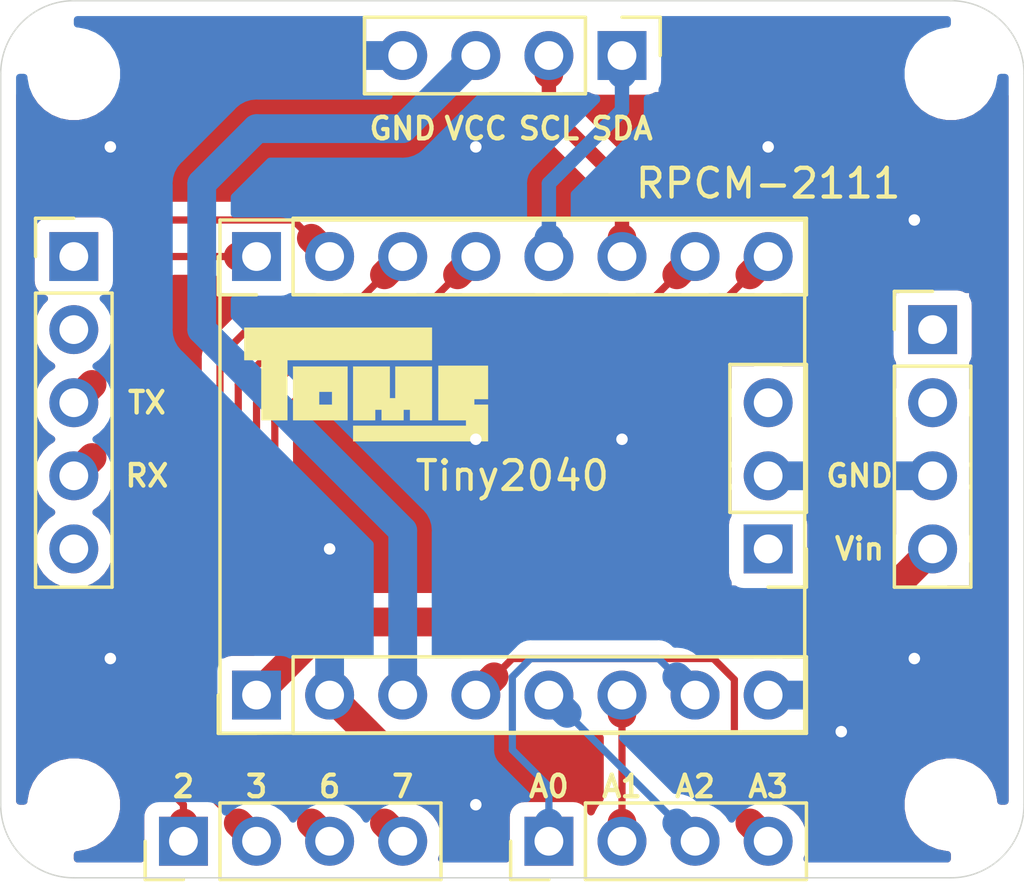
<source format=kicad_pcb>
(kicad_pcb (version 20171130) (host pcbnew "(5.1.10-1-10_14)")

  (general
    (thickness 1.6)
    (drawings 34)
    (tracks 119)
    (zones 0)
    (modules 14)
    (nets 23)
  )

  (page A4)
  (title_block
    (company Toms)
  )

  (layers
    (0 F.Cu signal)
    (31 B.Cu signal)
    (32 B.Adhes user)
    (33 F.Adhes user)
    (34 B.Paste user)
    (35 F.Paste user)
    (36 B.SilkS user)
    (37 F.SilkS user)
    (38 B.Mask user)
    (39 F.Mask user)
    (40 Dwgs.User user)
    (41 Cmts.User user)
    (42 Eco1.User user)
    (43 Eco2.User user)
    (44 Edge.Cuts user)
    (45 Margin user)
    (46 B.CrtYd user)
    (47 F.CrtYd user)
    (48 B.Fab user)
    (49 F.Fab user)
  )

  (setup
    (last_trace_width 1)
    (user_trace_width 0.2)
    (user_trace_width 0.25)
    (user_trace_width 0.5)
    (user_trace_width 1)
    (trace_clearance 0.2)
    (zone_clearance 0.508)
    (zone_45_only no)
    (trace_min 0.2)
    (via_size 0.8)
    (via_drill 0.4)
    (via_min_size 0.4)
    (via_min_drill 0.3)
    (uvia_size 0.3)
    (uvia_drill 0.1)
    (uvias_allowed no)
    (uvia_min_size 0.2)
    (uvia_min_drill 0.1)
    (edge_width 0.05)
    (segment_width 0.2)
    (pcb_text_width 0.3)
    (pcb_text_size 1.5 1.5)
    (mod_edge_width 0.12)
    (mod_text_size 1 1)
    (mod_text_width 0.15)
    (pad_size 1.524 1.524)
    (pad_drill 0.762)
    (pad_to_mask_clearance 0)
    (aux_axis_origin 0 0)
    (visible_elements FFFFFF7F)
    (pcbplotparams
      (layerselection 0x010fc_ffffffff)
      (usegerberextensions false)
      (usegerberattributes true)
      (usegerberadvancedattributes true)
      (creategerberjobfile true)
      (excludeedgelayer true)
      (linewidth 0.100000)
      (plotframeref false)
      (viasonmask false)
      (mode 1)
      (useauxorigin false)
      (hpglpennumber 1)
      (hpglpenspeed 20)
      (hpglpendiameter 15.000000)
      (psnegative false)
      (psa4output false)
      (plotreference true)
      (plotvalue true)
      (plotinvisibletext false)
      (padsonsilk false)
      (subtractmaskfromsilk false)
      (outputformat 1)
      (mirror false)
      (drillshape 1)
      (scaleselection 1)
      (outputdirectory ""))
  )

  (net 0 "")
  (net 1 GND)
  (net 2 +5V)
  (net 3 +3V3)
  (net 4 "Net-(J5-Pad2)")
  (net 5 "Net-(J5-Pad1)")
  (net 6 "Net-(J6-Pad1)")
  (net 7 "Net-(J6-Pad5)")
  (net 8 "Net-(J6-Pad2)")
  (net 9 "Net-(J7-Pad3)")
  (net 10 "Net-(J7-Pad1)")
  (net 11 /A3)
  (net 12 /A2)
  (net 13 /A1)
  (net 14 /A0)
  (net 15 /GPIO7)
  (net 16 /GPIO6)
  (net 17 /GPIO3)
  (net 18 /GPIO2)
  (net 19 /SCL)
  (net 20 /SDA)
  (net 21 /RX)
  (net 22 /TX)

  (net_class Default "This is the default net class."
    (clearance 0.2)
    (trace_width 0.25)
    (via_dia 0.8)
    (via_drill 0.4)
    (uvia_dia 0.3)
    (uvia_drill 0.1)
    (add_net +3V3)
    (add_net +5V)
    (add_net /A0)
    (add_net /A1)
    (add_net /A2)
    (add_net /A3)
    (add_net /GPIO2)
    (add_net /GPIO3)
    (add_net /GPIO6)
    (add_net /GPIO7)
    (add_net /RX)
    (add_net /SCL)
    (add_net /SDA)
    (add_net /TX)
    (add_net GND)
    (add_net "Net-(J5-Pad1)")
    (add_net "Net-(J5-Pad2)")
    (add_net "Net-(J6-Pad1)")
    (add_net "Net-(J6-Pad2)")
    (add_net "Net-(J6-Pad5)")
    (add_net "Net-(J7-Pad1)")
    (add_net "Net-(J7-Pad3)")
  )

  (module logo_silk:logo_toms_85x40_silk (layer F.Cu) (tedit 0) (tstamp 61827906)
    (at 95.25 117.475)
    (fp_text reference G*** (at 0 0) (layer F.SilkS) hide
      (effects (font (size 1.524 1.524) (thickness 0.3)))
    )
    (fp_text value LOGO (at 0.75 0) (layer F.SilkS) hide
      (effects (font (size 1.524 1.524) (thickness 0.3)))
    )
    (fp_poly (pts (xy 4.233333 0.508) (xy 3.753555 0.508) (xy 3.753555 0.705556) (xy 4.233333 0.705556)
      (xy 4.233333 1.975556) (xy -0.451556 1.975556) (xy -0.451556 1.439333) (xy 3.471333 1.439333)
      (xy 3.471333 1.241778) (xy 2.511778 1.241778) (xy 2.511778 -0.649111) (xy 4.233333 -0.649111)
      (xy 4.233333 0.508)) (layer F.SilkS) (width 0.01))
    (fp_poly (pts (xy 2.286 -0.846667) (xy -2.737556 -0.846667) (xy -2.737556 1.241778) (xy -3.640667 1.241778)
      (xy -3.640667 -0.846667) (xy -4.233333 -0.846667) (xy -4.233333 -1.975555) (xy 2.286 -1.975555)
      (xy 2.286 -0.846667)) (layer F.SilkS) (width 0.01))
    (fp_poly (pts (xy -0.649111 1.241778) (xy -2.54 1.241778) (xy -2.54 0.254) (xy -1.636889 0.254)
      (xy -1.636889 0.705556) (xy -1.185333 0.705556) (xy -1.185333 0.254) (xy -1.636889 0.254)
      (xy -2.54 0.254) (xy -2.54 -0.620889) (xy -0.649111 -0.620889) (xy -0.649111 1.241778)) (layer F.SilkS) (width 0.01))
    (fp_poly (pts (xy 0.818444 0.479778) (xy 1.016 0.479778) (xy 1.016 -0.620889) (xy 2.286 -0.620889)
      (xy 2.286 1.241778) (xy 1.524 1.241778) (xy 1.524 0.874889) (xy 1.298222 0.874889)
      (xy 1.298222 1.241778) (xy 0.536222 1.241778) (xy 0.536222 0.874889) (xy 0.310444 0.874889)
      (xy 0.310444 1.241778) (xy -0.451556 1.241778) (xy -0.451556 -0.620889) (xy 0.818444 -0.620889)
      (xy 0.818444 0.479778)) (layer F.SilkS) (width 0.01))
  )

  (module lib:logo_co2mo_mask (layer F.Cu) (tedit 61821547) (tstamp 618277DF)
    (at 109.855 106.045)
    (fp_text reference G*** (at 0 -1.905) (layer F.SilkS) hide
      (effects (font (size 1.524 1.524) (thickness 0.3)))
    )
    (fp_text value LOGO (at 0 1.905) (layer F.SilkS) hide
      (effects (font (size 1.524 1.524) (thickness 0.3)))
    )
    (fp_poly (pts (xy 2.794697 -0.714679) (xy 2.913894 -0.687158) (xy 3.02111 -0.639821) (xy 3.11972 -0.571336)
      (xy 3.175 -0.5207) (xy 3.264178 -0.415262) (xy 3.330634 -0.299548) (xy 3.374911 -0.172299)
      (xy 3.397554 -0.032256) (xy 3.399666 0) (xy 3.399321 0.119857) (xy 3.384417 0.226266)
      (xy 3.353394 0.327599) (xy 3.327571 0.386991) (xy 3.29708 0.448158) (xy 3.271767 0.489549)
      (xy 3.247331 0.514955) (xy 3.219471 0.528164) (xy 3.183885 0.532967) (xy 3.161378 0.5334)
      (xy 3.114561 0.530704) (xy 3.089501 0.523063) (xy 3.087499 0.511143) (xy 3.099041 0.5015)
      (xy 3.116097 0.481644) (xy 3.137055 0.443933) (xy 3.158964 0.39497) (xy 3.178871 0.341358)
      (xy 3.193827 0.2897) (xy 3.193952 0.289168) (xy 3.204256 0.225902) (xy 3.210441 0.146808)
      (xy 3.212394 0.061129) (xy 3.210001 -0.021893) (xy 3.203147 -0.093016) (xy 3.198968 -0.11685)
      (xy 3.164621 -0.227366) (xy 3.110903 -0.331997) (xy 3.041312 -0.426058) (xy 2.959342 -0.504862)
      (xy 2.86849 -0.563725) (xy 2.86385 -0.566025) (xy 2.830254 -0.581677) (xy 2.801168 -0.592198)
      (xy 2.770199 -0.598602) (xy 2.730953 -0.601901) (xy 2.677038 -0.603108) (xy 2.6289 -0.60325)
      (xy 2.560576 -0.602807) (xy 2.51127 -0.600856) (xy 2.474603 -0.596463) (xy 2.4442 -0.588695)
      (xy 2.413684 -0.576618) (xy 2.398075 -0.569463) (xy 2.302929 -0.511454) (xy 2.224781 -0.435086)
      (xy 2.164154 -0.341334) (xy 2.121571 -0.231171) (xy 2.097558 -0.105572) (xy 2.092049 -0.000108)
      (xy 2.10108 0.139861) (xy 2.127329 0.26773) (xy 2.169972 0.380784) (xy 2.228183 0.476307)
      (xy 2.241906 0.493407) (xy 2.275557 0.5334) (xy 2.167343 0.5334) (xy 2.114523 0.532979)
      (xy 2.080786 0.530553) (xy 2.059815 0.524373) (xy 2.045294 0.512692) (xy 2.032576 0.496109)
      (xy 1.982001 0.409266) (xy 1.940305 0.306575) (xy 1.91021 0.196827) (xy 1.89444 0.088816)
      (xy 1.892741 0.04445) (xy 1.904833 -0.093673) (xy 1.941023 -0.223864) (xy 2.001181 -0.345819)
      (xy 2.085179 -0.459235) (xy 2.126061 -0.50278) (xy 2.226982 -0.590889) (xy 2.331265 -0.655278)
      (xy 2.442949 -0.697616) (xy 2.566069 -0.719573) (xy 2.660143 -0.723713) (xy 2.794697 -0.714679)) (layer F.Cu) (width 0.01))
    (fp_poly (pts (xy 1.569459 -0.6985) (xy 1.635096 -0.698266) (xy 1.679474 -0.69712) (xy 1.70673 -0.694395)
      (xy 1.721005 -0.689424) (xy 1.726438 -0.681541) (xy 1.7272 -0.6731) (xy 1.720867 -0.654174)
      (xy 1.697694 -0.647841) (xy 1.690812 -0.6477) (xy 1.654734 -0.63976) (xy 1.620962 -0.621379)
      (xy 1.605929 -0.608309) (xy 1.59624 -0.593887) (xy 1.590724 -0.572589) (xy 1.588209 -0.538896)
      (xy 1.587524 -0.487286) (xy 1.5875 -0.463614) (xy 1.588345 -0.412747) (xy 1.590702 -0.341826)
      (xy 1.594303 -0.255762) (xy 1.59888 -0.159465) (xy 1.604165 -0.057847) (xy 1.60989 0.044182)
      (xy 1.615786 0.141709) (xy 1.621586 0.229824) (xy 1.627022 0.303617) (xy 1.631826 0.358175)
      (xy 1.632904 0.3683) (xy 1.640885 0.419066) (xy 1.653742 0.450264) (xy 1.675897 0.467721)
      (xy 1.711774 0.477265) (xy 1.716149 0.477986) (xy 1.750234 0.486963) (xy 1.764192 0.501445)
      (xy 1.7653 0.509623) (xy 1.763839 0.518191) (xy 1.757138 0.524415) (xy 1.741715 0.528666)
      (xy 1.714089 0.531318) (xy 1.670777 0.532741) (xy 1.6083 0.53331) (xy 1.54305 0.5334)
      (xy 1.463075 0.533273) (xy 1.405003 0.532627) (xy 1.365337 0.531062) (xy 1.34058 0.528179)
      (xy 1.327237 0.523578) (xy 1.321809 0.516858) (xy 1.3208 0.508) (xy 1.326903 0.489293)
      (xy 1.349488 0.482817) (xy 1.358302 0.4826) (xy 1.409246 0.474785) (xy 1.448107 0.453606)
      (xy 1.468726 0.42246) (xy 1.468957 0.421573) (xy 1.470308 0.401671) (xy 1.470508 0.360189)
      (xy 1.469694 0.300918) (xy 1.467999 0.227645) (xy 1.465559 0.144161) (xy 1.462509 0.054254)
      (xy 1.458984 -0.038288) (xy 1.455118 -0.129675) (xy 1.451047 -0.216119) (xy 1.446905 -0.29383)
      (xy 1.442827 -0.35902) (xy 1.439726 -0.399328) (xy 1.435363 -0.444409) (xy 1.43131 -0.467537)
      (xy 1.426147 -0.472098) (xy 1.418453 -0.46148) (xy 1.415763 -0.45646) (xy 1.402406 -0.428795)
      (xy 1.380942 -0.381722) (xy 1.352845 -0.31867) (xy 1.319589 -0.243069) (xy 1.282648 -0.158349)
      (xy 1.243497 -0.067939) (xy 1.20361 0.024732) (xy 1.164461 0.116233) (xy 1.127524 0.203135)
      (xy 1.094275 0.282009) (xy 1.066186 0.349424) (xy 1.044732 0.401952) (xy 1.031388 0.436162)
      (xy 1.028474 0.4445) (xy 1.008605 0.493089) (xy 0.988146 0.517652) (xy 0.968238 0.517869)
      (xy 0.95002 0.49342) (xy 0.941023 0.468976) (xy 0.932121 0.444738) (xy 0.914213 0.400497)
      (xy 0.888655 0.339443) (xy 0.856803 0.264762) (xy 0.820013 0.179644) (xy 0.77964 0.087277)
      (xy 0.753089 0.027055) (xy 0.711184 -0.067721) (xy 0.671868 -0.156723) (xy 0.636506 -0.236859)
      (xy 0.606461 -0.305035) (xy 0.583096 -0.35816) (xy 0.567775 -0.393138) (xy 0.56281 -0.404598)
      (xy 0.549879 -0.431038) (xy 0.540859 -0.442616) (xy 0.539779 -0.442413) (xy 0.537131 -0.428154)
      (xy 0.533693 -0.392242) (xy 0.529656 -0.338404) (xy 0.52521 -0.270368) (xy 0.520546 -0.19186)
      (xy 0.515855 -0.10661) (xy 0.511328 -0.018344) (xy 0.507155 0.069211) (xy 0.503527 0.152326)
      (xy 0.500634 0.227274) (xy 0.498668 0.290327) (xy 0.497819 0.337758) (xy 0.498278 0.36584)
      (xy 0.498367 0.367016) (xy 0.51081 0.425739) (xy 0.53706 0.463496) (xy 0.577785 0.481058)
      (xy 0.598306 0.4826) (xy 0.625559 0.486939) (xy 0.634768 0.502867) (xy 0.635 0.508)
      (xy 0.633783 0.517626) (xy 0.627659 0.524455) (xy 0.612913 0.528964) (xy 0.585835 0.531633)
      (xy 0.54271 0.532942) (xy 0.479826 0.533368) (xy 0.43815 0.5334) (xy 0.363541 0.533243)
      (xy 0.31062 0.532452) (xy 0.275672 0.53055) (xy 0.254986 0.527056) (xy 0.244849 0.521491)
      (xy 0.241547 0.513377) (xy 0.2413 0.508) (xy 0.247632 0.489073) (xy 0.270805 0.48274)
      (xy 0.277687 0.4826) (xy 0.323761 0.470955) (xy 0.361916 0.440238) (xy 0.38468 0.396771)
      (xy 0.386039 0.390912) (xy 0.38913 0.367563) (xy 0.393668 0.322612) (xy 0.399367 0.259796)
      (xy 0.405939 0.182854) (xy 0.413098 0.095525) (xy 0.420556 0.001546) (xy 0.428026 -0.095345)
      (xy 0.435222 -0.191408) (xy 0.441855 -0.282906) (xy 0.447639 -0.366101) (xy 0.452286 -0.437254)
      (xy 0.455509 -0.492628) (xy 0.457022 -0.528483) (xy 0.4571 -0.534148) (xy 0.451765 -0.586613)
      (xy 0.433282 -0.619947) (xy 0.398264 -0.638468) (xy 0.371029 -0.643865) (xy 0.335507 -0.651427)
      (xy 0.319769 -0.663578) (xy 0.3175 -0.674773) (xy 0.319347 -0.68472) (xy 0.327651 -0.691411)
      (xy 0.34655 -0.695467) (xy 0.380184 -0.697512) (xy 0.432693 -0.698168) (xy 0.473075 -0.698157)
      (xy 0.62865 -0.697814) (xy 0.662219 -0.593254) (xy 0.678334 -0.547861) (xy 0.703435 -0.483257)
      (xy 0.735887 -0.403302) (xy 0.774053 -0.311857) (xy 0.816298 -0.212782) (xy 0.860986 -0.109939)
      (xy 0.906481 -0.007188) (xy 0.951148 0.091609) (xy 0.966975 0.126039) (xy 0.989432 0.171301)
      (xy 1.008878 0.204392) (xy 1.022575 0.220943) (xy 1.026701 0.221373) (xy 1.034036 0.207325)
      (xy 1.04996 0.173312) (xy 1.072996 0.122691) (xy 1.101665 0.058817) (xy 1.134491 -0.014953)
      (xy 1.169995 -0.095264) (xy 1.206701 -0.17876) (xy 1.24313 -0.262086) (xy 1.277805 -0.341885)
      (xy 1.309248 -0.414801) (xy 1.335982 -0.477479) (xy 1.35653 -0.526563) (xy 1.362947 -0.542286)
      (xy 1.380984 -0.589684) (xy 1.39584 -0.633463) (xy 1.403209 -0.659761) (xy 1.411718 -0.698501)
      (xy 1.569459 -0.6985)) (layer F.Cu) (width 0.01))
    (fp_poly (pts (xy -0.206432 -0.704265) (xy -0.120876 -0.677671) (xy -0.044413 -0.628137) (xy 0.024663 -0.554805)
      (xy 0.037925 -0.536951) (xy 0.089584 -0.46481) (xy 0.061188 -0.449613) (xy 0.045477 -0.443638)
      (xy 0.029969 -0.446384) (xy 0.009666 -0.460795) (xy -0.020434 -0.489814) (xy -0.038236 -0.508141)
      (xy -0.099274 -0.562518) (xy -0.158405 -0.594671) (xy -0.22098 -0.606719) (xy -0.278204 -0.603142)
      (xy -0.321404 -0.591763) (xy -0.359343 -0.568509) (xy -0.388946 -0.541497) (xy -0.438341 -0.475613)
      (xy -0.464165 -0.400372) (xy -0.466441 -0.31583) (xy -0.445188 -0.222044) (xy -0.400429 -0.119068)
      (xy -0.332184 -0.00696) (xy -0.240475 0.114225) (xy -0.125323 0.244432) (xy -0.068865 0.302917)
      (xy -0.003188 0.370221) (xy 0.045458 0.422153) (xy 0.078668 0.46061) (xy 0.098038 0.487486)
      (xy 0.105166 0.504679) (xy 0.104941 0.509292) (xy 0.102074 0.516122) (xy 0.095645 0.521525)
      (xy 0.082954 0.525668) (xy 0.061298 0.528718) (xy 0.027977 0.530841) (xy -0.019711 0.532205)
      (xy -0.084468 0.532974) (xy -0.168994 0.533317) (xy -0.275991 0.533399) (xy -0.286115 0.5334)
      (xy -0.670868 0.5334) (xy -0.67939 0.482958) (xy -0.688003 0.442121) (xy -0.701071 0.390866)
      (xy -0.710762 0.357048) (xy -0.722849 0.315688) (xy -0.727283 0.292483) (xy -0.723981 0.281342)
      (xy -0.712861 0.276177) (xy -0.709653 0.275315) (xy -0.688608 0.277983) (xy -0.678323 0.29842)
      (xy -0.663912 0.327762) (xy -0.639525 0.357343) (xy -0.639284 0.35757) (xy -0.627569 0.367704)
      (xy -0.614515 0.375305) (xy -0.596423 0.380807) (xy -0.569597 0.384646) (xy -0.530337 0.387257)
      (xy -0.474946 0.389076) (xy -0.399726 0.390538) (xy -0.35294 0.39128) (xy -0.098264 0.395211)
      (xy -0.258088 0.22618) (xy -0.340144 0.138304) (xy -0.406381 0.06458) (xy -0.4594 0.001671)
      (xy -0.501801 -0.053762) (xy -0.536187 -0.105055) (xy -0.565156 -0.155546) (xy -0.582789 -0.1905)
      (xy -0.606926 -0.243922) (xy -0.620803 -0.286056) (xy -0.627037 -0.327507) (xy -0.628273 -0.37465)
      (xy -0.619821 -0.458762) (xy -0.593218 -0.529697) (xy -0.545413 -0.594622) (xy -0.526261 -0.614214)
      (xy -0.463723 -0.663759) (xy -0.395179 -0.693969) (xy -0.313003 -0.708073) (xy -0.302785 -0.708781)
      (xy -0.206432 -0.704265)) (layer F.Cu) (width 0.01))
    (fp_poly (pts (xy -1.392554 -0.719079) (xy -1.30415 -0.702115) (xy -1.296556 -0.69984) (xy -1.187306 -0.653058)
      (xy -1.091334 -0.586186) (xy -1.010422 -0.501785) (xy -0.946351 -0.402412) (xy -0.900901 -0.290628)
      (xy -0.875856 -0.168993) (xy -0.871355 -0.0889) (xy -0.883046 0.03962) (xy -0.916996 0.159416)
      (xy -0.971522 0.268144) (xy -1.04494 0.363462) (xy -1.135564 0.443025) (xy -1.241711 0.504491)
      (xy -1.318963 0.533855) (xy -1.403185 0.551588) (xy -1.498209 0.558239) (xy -1.593455 0.553795)
      (xy -1.678343 0.538246) (xy -1.69167 0.534278) (xy -1.780638 0.498835) (xy -1.857224 0.451465)
      (xy -1.930029 0.386578) (xy -1.947881 0.367793) (xy -2.026779 0.267015) (xy -2.081717 0.159924)
      (xy -2.113758 0.043769) (xy -2.123962 -0.084202) (xy -2.123937 -0.0889) (xy -2.122228 -0.105906)
      (xy -1.941671 -0.105906) (xy -1.931208 0.012987) (xy -1.903415 0.124591) (xy -1.859703 0.225884)
      (xy -1.801482 0.313841) (xy -1.730162 0.385441) (xy -1.647153 0.437661) (xy -1.61641 0.450504)
      (xy -1.55246 0.464981) (xy -1.476367 0.468702) (xy -1.398891 0.461891) (xy -1.330793 0.444771)
      (xy -1.330174 0.44454) (xy -1.250854 0.40176) (xy -1.183379 0.338871) (xy -1.128862 0.258783)
      (xy -1.088416 0.164409) (xy -1.063151 0.058659) (xy -1.054181 -0.055555) (xy -1.062618 -0.175322)
      (xy -1.072392 -0.230265) (xy -1.106956 -0.341022) (xy -1.159995 -0.439266) (xy -1.22924 -0.521726)
      (xy -1.312423 -0.585135) (xy -1.322637 -0.590979) (xy -1.356338 -0.6085) (xy -1.385804 -0.619562)
      (xy -1.418625 -0.62563) (xy -1.462389 -0.628169) (xy -1.51765 -0.62865) (xy -1.577818 -0.628039)
      (xy -1.620188 -0.625224) (xy -1.652354 -0.618739) (xy -1.681907 -0.607114) (xy -1.712776 -0.590918)
      (xy -1.791981 -0.533976) (xy -1.853992 -0.459962) (xy -1.899432 -0.367857) (xy -1.928923 -0.256641)
      (xy -1.933396 -0.229066) (xy -1.941671 -0.105906) (xy -2.122228 -0.105906) (xy -2.111137 -0.216236)
      (xy -2.075987 -0.334788) (xy -2.020216 -0.442186) (xy -1.945551 -0.53606) (xy -1.853723 -0.61404)
      (xy -1.74646 -0.673755) (xy -1.679154 -0.698688) (xy -1.590748 -0.717333) (xy -1.491651 -0.724141)
      (xy -1.392554 -0.719079)) (layer F.Cu) (width 0.01))
    (fp_poly (pts (xy -2.669223 -0.720176) (xy -2.576302 -0.713474) (xy -2.489609 -0.701538) (xy -2.43205 -0.68898)
      (xy -2.34315 -0.665206) (xy -2.330305 -0.516753) (xy -2.324983 -0.453629) (xy -2.32229 -0.411545)
      (xy -2.322654 -0.386235) (xy -2.326503 -0.373434) (xy -2.334262 -0.368877) (xy -2.345171 -0.3683)
      (xy -2.368054 -0.376244) (xy -2.380614 -0.403569) (xy -2.381089 -0.405665) (xy -2.404646 -0.461678)
      (xy -2.447769 -0.51637) (xy -2.505106 -0.563495) (xy -2.52828 -0.577451) (xy -2.5638 -0.595377)
      (xy -2.59655 -0.607032) (xy -2.634326 -0.614099) (xy -2.684923 -0.618262) (xy -2.72568 -0.620105)
      (xy -2.818505 -0.620649) (xy -2.892551 -0.613027) (xy -2.953636 -0.595402) (xy -3.007581 -0.565938)
      (xy -3.060204 -0.522797) (xy -3.073007 -0.510476) (xy -3.126299 -0.450287) (xy -3.164482 -0.387156)
      (xy -3.189887 -0.315159) (xy -3.204844 -0.228368) (xy -3.210022 -0.162112) (xy -3.208857 -0.028851)
      (xy -3.190011 0.087849) (xy -3.152756 0.190342) (xy -3.096363 0.280982) (xy -3.059626 0.323798)
      (xy -2.980451 0.392793) (xy -2.894029 0.438497) (xy -2.796427 0.4628) (xy -2.763266 0.466285)
      (xy -2.659191 0.463604) (xy -2.562984 0.440448) (xy -2.478144 0.398387) (xy -2.408171 0.338992)
      (xy -2.371423 0.290403) (xy -2.347775 0.253609) (xy -2.332 0.235022) (xy -2.319 0.231007)
      (xy -2.303676 0.237932) (xy -2.30054 0.239894) (xy -2.294037 0.249548) (xy -2.295125 0.268715)
      (xy -2.304758 0.301671) (xy -2.323894 0.352694) (xy -2.328182 0.363524) (xy -2.350761 0.418047)
      (xy -2.371029 0.456177) (xy -2.394435 0.482402) (xy -2.426428 0.501208) (xy -2.472457 0.51708)
      (xy -2.534906 0.533721) (xy -2.608771 0.547555) (xy -2.694223 0.555603) (xy -2.782716 0.557728)
      (xy -2.865707 0.553791) (xy -2.934652 0.543654) (xy -2.947836 0.540373) (xy -3.042528 0.505837)
      (xy -3.127453 0.45555) (xy -3.210012 0.385086) (xy -3.214065 0.381097) (xy -3.288441 0.29482)
      (xy -3.341772 0.202392) (xy -3.375607 0.099836) (xy -3.391492 -0.016824) (xy -3.393194 -0.079389)
      (xy -3.385436 -0.200975) (xy -3.361537 -0.306286) (xy -3.319634 -0.400053) (xy -3.257864 -0.487009)
      (xy -3.214065 -0.534328) (xy -3.132435 -0.605325) (xy -3.045992 -0.657531) (xy -2.94648 -0.695583)
      (xy -2.9083 -0.706096) (xy -2.842928 -0.716763) (xy -2.760667 -0.721364) (xy -2.669223 -0.720176)) (layer F.Cu) (width 0.01))
    (fp_poly (pts (xy 0.26977 0.647979) (xy 0.529584 0.648045) (xy 0.786826 0.64815) (xy 1.040224 0.648296)
      (xy 1.288508 0.648482) (xy 1.530405 0.648707) (xy 1.764643 0.648973) (xy 1.989953 0.649278)
      (xy 2.205061 0.649623) (xy 2.408697 0.650007) (xy 2.59959 0.650432) (xy 2.776467 0.650896)
      (xy 2.938057 0.6514) (xy 3.083089 0.651944) (xy 3.210291 0.652527) (xy 3.318393 0.65315)
      (xy 3.406121 0.653813) (xy 3.472206 0.654515) (xy 3.515375 0.655257) (xy 3.533775 0.655976)
      (xy 3.579435 0.661077) (xy 3.605259 0.66709) (xy 3.616771 0.676351) (xy 3.619495 0.691195)
      (xy 3.6195 0.692217) (xy 3.616236 0.709193) (xy 3.602367 0.719315) (xy 3.571771 0.725903)
      (xy 3.552825 0.72837) (xy 3.535125 0.728978) (xy 3.493284 0.729552) (xy 3.42856 0.730091)
      (xy 3.342212 0.730596) (xy 3.2355 0.731066) (xy 3.10968 0.731503) (xy 2.966012 0.731905)
      (xy 2.805756 0.732275) (xy 2.630168 0.73261) (xy 2.440509 0.732913) (xy 2.238036 0.733182)
      (xy 2.024009 0.733419) (xy 1.799686 0.733623) (xy 1.566325 0.733795) (xy 1.325186 0.733934)
      (xy 1.077527 0.734041) (xy 0.824606 0.734116) (xy 0.567683 0.73416) (xy 0.308017 0.734172)
      (xy 0.046864 0.734153) (xy -0.214514 0.734102) (xy -0.474861 0.734021) (xy -0.732917 0.733909)
      (xy -0.987424 0.733766) (xy -1.237122 0.733593) (xy -1.480754 0.73339) (xy -1.71706 0.733157)
      (xy -1.944782 0.732894) (xy -2.162662 0.732601) (xy -2.36944 0.732279) (xy -2.563858 0.731928)
      (xy -2.744657 0.731548) (xy -2.910579 0.731138) (xy -3.060365 0.730701) (xy -3.192756 0.730234)
      (xy -3.306493 0.72974) (xy -3.400318 0.729217) (xy -3.472973 0.728666) (xy -3.523198 0.728088)
      (xy -3.549735 0.727482) (xy -3.552825 0.7273) (xy -3.587206 0.722265) (xy -3.602945 0.712594)
      (xy -3.606798 0.694022) (xy -3.6068 0.693228) (xy -3.604344 0.676852) (xy -3.593119 0.666882)
      (xy -3.567341 0.660548) (xy -3.528738 0.655859) (xy -3.508616 0.655081) (xy -3.464365 0.654344)
      (xy -3.397257 0.653647) (xy -3.308564 0.65299) (xy -3.199557 0.652374) (xy -3.071507 0.651798)
      (xy -2.925686 0.651262) (xy -2.763365 0.650767) (xy -2.585816 0.650311) (xy -2.39431 0.649896)
      (xy -2.190118 0.649521) (xy -1.974513 0.649187) (xy -1.748765 0.648892) (xy -1.514147 0.648638)
      (xy -1.271928 0.648424) (xy -1.023382 0.648249) (xy -0.769779 0.648115) (xy -0.512391 0.648021)
      (xy -0.252489 0.647967) (xy 0.008655 0.647953) (xy 0.26977 0.647979)) (layer F.Cu) (width 0.01))
  )

  (module MountingHole:MountingHole_2.2mm_M2 (layer F.Cu) (tedit 56D1B4CB) (tstamp 6180CB2F)
    (at 115.57 132.08)
    (descr "Mounting Hole 2.2mm, no annular, M2")
    (tags "mounting hole 2.2mm no annular m2")
    (attr virtual)
    (fp_text reference REF** (at 0 -3.2) (layer F.SilkS) hide
      (effects (font (size 1 1) (thickness 0.15)))
    )
    (fp_text value MountingHole_2.2mm_M2 (at 0 3.2) (layer F.Fab) hide
      (effects (font (size 1 1) (thickness 0.15)))
    )
    (fp_circle (center 0 0) (end 2.45 0) (layer F.CrtYd) (width 0.05))
    (fp_circle (center 0 0) (end 2.2 0) (layer Cmts.User) (width 0.15))
    (fp_text user %R (at 0.3 0) (layer F.Fab) hide
      (effects (font (size 1 1) (thickness 0.15)))
    )
    (pad 1 np_thru_hole circle (at 0 0) (size 2.2 2.2) (drill 2.2) (layers *.Cu *.Mask))
  )

  (module MountingHole:MountingHole_2.2mm_M2 (layer F.Cu) (tedit 56D1B4CB) (tstamp 6180CAF6)
    (at 85.09 132.08)
    (descr "Mounting Hole 2.2mm, no annular, M2")
    (tags "mounting hole 2.2mm no annular m2")
    (attr virtual)
    (fp_text reference REF** (at 0 -3.2) (layer F.SilkS) hide
      (effects (font (size 1 1) (thickness 0.15)))
    )
    (fp_text value MountingHole_2.2mm_M2 (at 0 3.2) (layer F.Fab) hide
      (effects (font (size 1 1) (thickness 0.15)))
    )
    (fp_circle (center 0 0) (end 2.45 0) (layer F.CrtYd) (width 0.05))
    (fp_circle (center 0 0) (end 2.2 0) (layer Cmts.User) (width 0.15))
    (fp_text user %R (at 0.3 0) (layer F.Fab) hide
      (effects (font (size 1 1) (thickness 0.15)))
    )
    (pad 1 np_thru_hole circle (at 0 0) (size 2.2 2.2) (drill 2.2) (layers *.Cu *.Mask))
  )

  (module MountingHole:MountingHole_2.2mm_M2 (layer F.Cu) (tedit 56D1B4CB) (tstamp 6180CABD)
    (at 115.57 106.68)
    (descr "Mounting Hole 2.2mm, no annular, M2")
    (tags "mounting hole 2.2mm no annular m2")
    (attr virtual)
    (fp_text reference REF** (at 0 -3.2) (layer F.SilkS) hide
      (effects (font (size 1 1) (thickness 0.15)))
    )
    (fp_text value MountingHole_2.2mm_M2 (at 0 3.2) (layer F.Fab) hide
      (effects (font (size 1 1) (thickness 0.15)))
    )
    (fp_circle (center 0 0) (end 2.45 0) (layer F.CrtYd) (width 0.05))
    (fp_circle (center 0 0) (end 2.2 0) (layer Cmts.User) (width 0.15))
    (fp_text user %R (at 0.3 0) (layer F.Fab) hide
      (effects (font (size 1 1) (thickness 0.15)))
    )
    (pad 1 np_thru_hole circle (at 0 0) (size 2.2 2.2) (drill 2.2) (layers *.Cu *.Mask))
  )

  (module MountingHole:MountingHole_2.2mm_M2 (layer F.Cu) (tedit 56D1B4CB) (tstamp 6180CA84)
    (at 85.09 106.68)
    (descr "Mounting Hole 2.2mm, no annular, M2")
    (tags "mounting hole 2.2mm no annular m2")
    (attr virtual)
    (fp_text reference REF** (at 0 -3.2) (layer F.SilkS) hide
      (effects (font (size 1 1) (thickness 0.15)))
    )
    (fp_text value MountingHole_2.2mm_M2 (at 0 3.2) (layer F.Fab) hide
      (effects (font (size 1 1) (thickness 0.15)))
    )
    (fp_circle (center 0 0) (end 2.45 0) (layer F.CrtYd) (width 0.05))
    (fp_circle (center 0 0) (end 2.2 0) (layer Cmts.User) (width 0.15))
    (fp_text user %R (at 0.3 0) (layer F.Fab) hide
      (effects (font (size 1 1) (thickness 0.15)))
    )
    (pad 1 np_thru_hole circle (at 0 0) (size 2.2 2.2) (drill 2.2) (layers *.Cu *.Mask))
  )

  (module Connector_PinHeader_2.54mm:PinHeader_1x04_P2.54mm_Vertical (layer F.Cu) (tedit 59FED5CC) (tstamp 61819D6B)
    (at 101.6 133.35 90)
    (descr "Through hole straight pin header, 1x04, 2.54mm pitch, single row")
    (tags "Through hole pin header THT 1x04 2.54mm single row")
    (path /61805284)
    (fp_text reference J1 (at 2.54 3.81 180) (layer F.SilkS) hide
      (effects (font (size 1 1) (thickness 0.15)))
    )
    (fp_text value Conn_01x04_Female (at 0 9.95 90) (layer F.Fab) hide
      (effects (font (size 1 1) (thickness 0.15)))
    )
    (fp_line (start 1.8 -1.8) (end -1.8 -1.8) (layer F.CrtYd) (width 0.05))
    (fp_line (start 1.8 9.4) (end 1.8 -1.8) (layer F.CrtYd) (width 0.05))
    (fp_line (start -1.8 9.4) (end 1.8 9.4) (layer F.CrtYd) (width 0.05))
    (fp_line (start -1.8 -1.8) (end -1.8 9.4) (layer F.CrtYd) (width 0.05))
    (fp_line (start -1.33 -1.33) (end 0 -1.33) (layer F.SilkS) (width 0.12))
    (fp_line (start -1.33 0) (end -1.33 -1.33) (layer F.SilkS) (width 0.12))
    (fp_line (start -1.33 1.27) (end 1.33 1.27) (layer F.SilkS) (width 0.12))
    (fp_line (start 1.33 1.27) (end 1.33 8.95) (layer F.SilkS) (width 0.12))
    (fp_line (start -1.33 1.27) (end -1.33 8.95) (layer F.SilkS) (width 0.12))
    (fp_line (start -1.33 8.95) (end 1.33 8.95) (layer F.SilkS) (width 0.12))
    (fp_line (start -1.27 -0.635) (end -0.635 -1.27) (layer F.Fab) (width 0.1))
    (fp_line (start -1.27 8.89) (end -1.27 -0.635) (layer F.Fab) (width 0.1))
    (fp_line (start 1.27 8.89) (end -1.27 8.89) (layer F.Fab) (width 0.1))
    (fp_line (start 1.27 -1.27) (end 1.27 8.89) (layer F.Fab) (width 0.1))
    (fp_line (start -0.635 -1.27) (end 1.27 -1.27) (layer F.Fab) (width 0.1))
    (fp_text user %R (at 0 3.81) (layer F.Fab)
      (effects (font (size 1 1) (thickness 0.15)))
    )
    (pad 4 thru_hole oval (at 0 7.62 90) (size 1.7 1.7) (drill 1) (layers *.Cu *.Mask)
      (net 11 /A3))
    (pad 3 thru_hole oval (at 0 5.08 90) (size 1.7 1.7) (drill 1) (layers *.Cu *.Mask)
      (net 12 /A2))
    (pad 2 thru_hole oval (at 0 2.54 90) (size 1.7 1.7) (drill 1) (layers *.Cu *.Mask)
      (net 13 /A1))
    (pad 1 thru_hole rect (at 0 0 90) (size 1.7 1.7) (drill 1) (layers *.Cu *.Mask)
      (net 14 /A0))
    (model ${KISYS3DMOD}/Connector_PinHeader_2.54mm.3dshapes/PinHeader_1x04_P2.54mm_Vertical.wrl
      (at (xyz 0 0 0))
      (scale (xyz 1 1 1))
      (rotate (xyz 0 0 0))
    )
  )

  (module Connector_PinHeader_2.54mm:PinHeader_1x04_P2.54mm_Vertical (layer F.Cu) (tedit 59FED5CC) (tstamp 61819BD5)
    (at 104.14 106.045 270)
    (descr "Through hole straight pin header, 1x04, 2.54mm pitch, single row")
    (tags "Through hole pin header THT 1x04 2.54mm single row")
    (path /616BF104)
    (fp_text reference J8 (at 0 -2.33 90) (layer F.SilkS) hide
      (effects (font (size 1 1) (thickness 0.15)))
    )
    (fp_text value Conn_01x04_Female (at 0 9.95 90) (layer F.Fab) hide
      (effects (font (size 1 1) (thickness 0.15)))
    )
    (fp_line (start 1.8 -1.8) (end -1.8 -1.8) (layer F.CrtYd) (width 0.05))
    (fp_line (start 1.8 9.4) (end 1.8 -1.8) (layer F.CrtYd) (width 0.05))
    (fp_line (start -1.8 9.4) (end 1.8 9.4) (layer F.CrtYd) (width 0.05))
    (fp_line (start -1.8 -1.8) (end -1.8 9.4) (layer F.CrtYd) (width 0.05))
    (fp_line (start -1.33 -1.33) (end 0 -1.33) (layer F.SilkS) (width 0.12))
    (fp_line (start -1.33 0) (end -1.33 -1.33) (layer F.SilkS) (width 0.12))
    (fp_line (start -1.33 1.27) (end 1.33 1.27) (layer F.SilkS) (width 0.12))
    (fp_line (start 1.33 1.27) (end 1.33 8.95) (layer F.SilkS) (width 0.12))
    (fp_line (start -1.33 1.27) (end -1.33 8.95) (layer F.SilkS) (width 0.12))
    (fp_line (start -1.33 8.95) (end 1.33 8.95) (layer F.SilkS) (width 0.12))
    (fp_line (start -1.27 -0.635) (end -0.635 -1.27) (layer F.Fab) (width 0.1))
    (fp_line (start -1.27 8.89) (end -1.27 -0.635) (layer F.Fab) (width 0.1))
    (fp_line (start 1.27 8.89) (end -1.27 8.89) (layer F.Fab) (width 0.1))
    (fp_line (start 1.27 -1.27) (end 1.27 8.89) (layer F.Fab) (width 0.1))
    (fp_line (start -0.635 -1.27) (end 1.27 -1.27) (layer F.Fab) (width 0.1))
    (fp_text user %R (at 0 3.81) (layer F.Fab)
      (effects (font (size 1 1) (thickness 0.15)))
    )
    (pad 4 thru_hole oval (at 0 7.62 270) (size 1.7 1.7) (drill 1) (layers *.Cu *.Mask)
      (net 1 GND))
    (pad 3 thru_hole oval (at 0 5.08 270) (size 1.7 1.7) (drill 1) (layers *.Cu *.Mask)
      (net 3 +3V3))
    (pad 2 thru_hole oval (at 0 2.54 270) (size 1.7 1.7) (drill 1) (layers *.Cu *.Mask)
      (net 19 /SCL))
    (pad 1 thru_hole rect (at 0 0 270) (size 1.7 1.7) (drill 1) (layers *.Cu *.Mask)
      (net 20 /SDA))
    (model ${KISYS3DMOD}/Connector_PinHeader_2.54mm.3dshapes/PinHeader_1x04_P2.54mm_Vertical.wrl
      (at (xyz 0 0 0))
      (scale (xyz 1 1 1))
      (rotate (xyz 0 0 0))
    )
  )

  (module Connector_PinHeader_2.54mm:PinHeader_1x03_P2.54mm_Vertical (layer F.Cu) (tedit 59FED5CC) (tstamp 61700DAA)
    (at 109.22 123.19 180)
    (descr "Through hole straight pin header, 1x03, 2.54mm pitch, single row")
    (tags "Through hole pin header THT 1x03 2.54mm single row")
    (path /616BCCAA)
    (fp_text reference J7 (at 0 -2.33) (layer F.SilkS) hide
      (effects (font (size 1 1) (thickness 0.15)))
    )
    (fp_text value Conn_01x03_Female (at 0 7.41) (layer F.Fab) hide
      (effects (font (size 1 1) (thickness 0.15)))
    )
    (fp_line (start 1.8 -1.8) (end -1.8 -1.8) (layer F.CrtYd) (width 0.05))
    (fp_line (start 1.8 6.85) (end 1.8 -1.8) (layer F.CrtYd) (width 0.05))
    (fp_line (start -1.8 6.85) (end 1.8 6.85) (layer F.CrtYd) (width 0.05))
    (fp_line (start -1.8 -1.8) (end -1.8 6.85) (layer F.CrtYd) (width 0.05))
    (fp_line (start -1.33 -1.33) (end 0 -1.33) (layer F.SilkS) (width 0.12))
    (fp_line (start -1.33 0) (end -1.33 -1.33) (layer F.SilkS) (width 0.12))
    (fp_line (start -1.33 1.27) (end 1.33 1.27) (layer F.SilkS) (width 0.12))
    (fp_line (start 1.33 1.27) (end 1.33 6.41) (layer F.SilkS) (width 0.12))
    (fp_line (start -1.33 1.27) (end -1.33 6.41) (layer F.SilkS) (width 0.12))
    (fp_line (start -1.33 6.41) (end 1.33 6.41) (layer F.SilkS) (width 0.12))
    (fp_line (start -1.27 -0.635) (end -0.635 -1.27) (layer F.Fab) (width 0.1))
    (fp_line (start -1.27 6.35) (end -1.27 -0.635) (layer F.Fab) (width 0.1))
    (fp_line (start 1.27 6.35) (end -1.27 6.35) (layer F.Fab) (width 0.1))
    (fp_line (start 1.27 -1.27) (end 1.27 6.35) (layer F.Fab) (width 0.1))
    (fp_line (start -0.635 -1.27) (end 1.27 -1.27) (layer F.Fab) (width 0.1))
    (fp_text user %R (at 0 2.54 90) (layer F.Fab)
      (effects (font (size 1 1) (thickness 0.15)))
    )
    (pad 3 thru_hole oval (at 0 5.08 180) (size 1.7 1.7) (drill 1) (layers *.Cu *.Mask)
      (net 9 "Net-(J7-Pad3)"))
    (pad 2 thru_hole oval (at 0 2.54 180) (size 1.7 1.7) (drill 1) (layers *.Cu *.Mask)
      (net 1 GND))
    (pad 1 thru_hole rect (at 0 0 180) (size 1.7 1.7) (drill 1) (layers *.Cu *.Mask)
      (net 10 "Net-(J7-Pad1)"))
    (model ${KISYS3DMOD}/Connector_PinHeader_2.54mm.3dshapes/PinHeader_1x03_P2.54mm_Vertical.wrl
      (at (xyz 0 0 0))
      (scale (xyz 1 1 1))
      (rotate (xyz 0 0 0))
    )
  )

  (module Connector_PinHeader_2.54mm:PinHeader_1x05_P2.54mm_Vertical (layer F.Cu) (tedit 59FED5CC) (tstamp 6180B5D9)
    (at 85.09 113.03)
    (descr "Through hole straight pin header, 1x05, 2.54mm pitch, single row")
    (tags "Through hole pin header THT 1x05 2.54mm single row")
    (path /616BDE4E)
    (fp_text reference J6 (at 0 -2.33) (layer F.SilkS) hide
      (effects (font (size 1 1) (thickness 0.15)))
    )
    (fp_text value Conn_01x05_Female (at 0 12.49) (layer F.Fab) hide
      (effects (font (size 1 1) (thickness 0.15)))
    )
    (fp_line (start 1.8 -1.8) (end -1.8 -1.8) (layer F.CrtYd) (width 0.05))
    (fp_line (start 1.8 11.95) (end 1.8 -1.8) (layer F.CrtYd) (width 0.05))
    (fp_line (start -1.8 11.95) (end 1.8 11.95) (layer F.CrtYd) (width 0.05))
    (fp_line (start -1.8 -1.8) (end -1.8 11.95) (layer F.CrtYd) (width 0.05))
    (fp_line (start -1.33 -1.33) (end 0 -1.33) (layer F.SilkS) (width 0.12))
    (fp_line (start -1.33 0) (end -1.33 -1.33) (layer F.SilkS) (width 0.12))
    (fp_line (start -1.33 1.27) (end 1.33 1.27) (layer F.SilkS) (width 0.12))
    (fp_line (start 1.33 1.27) (end 1.33 11.49) (layer F.SilkS) (width 0.12))
    (fp_line (start -1.33 1.27) (end -1.33 11.49) (layer F.SilkS) (width 0.12))
    (fp_line (start -1.33 11.49) (end 1.33 11.49) (layer F.SilkS) (width 0.12))
    (fp_line (start -1.27 -0.635) (end -0.635 -1.27) (layer F.Fab) (width 0.1))
    (fp_line (start -1.27 11.43) (end -1.27 -0.635) (layer F.Fab) (width 0.1))
    (fp_line (start 1.27 11.43) (end -1.27 11.43) (layer F.Fab) (width 0.1))
    (fp_line (start 1.27 -1.27) (end 1.27 11.43) (layer F.Fab) (width 0.1))
    (fp_line (start -0.635 -1.27) (end 1.27 -1.27) (layer F.Fab) (width 0.1))
    (fp_text user %R (at 0 5.08 90) (layer F.Fab)
      (effects (font (size 1 1) (thickness 0.15)))
    )
    (pad 5 thru_hole oval (at 0 10.16) (size 1.7 1.7) (drill 1) (layers *.Cu *.Mask)
      (net 7 "Net-(J6-Pad5)"))
    (pad 4 thru_hole oval (at 0 7.62) (size 1.7 1.7) (drill 1) (layers *.Cu *.Mask)
      (net 22 /TX))
    (pad 3 thru_hole oval (at 0 5.08) (size 1.7 1.7) (drill 1) (layers *.Cu *.Mask)
      (net 21 /RX))
    (pad 2 thru_hole oval (at 0 2.54) (size 1.7 1.7) (drill 1) (layers *.Cu *.Mask)
      (net 8 "Net-(J6-Pad2)"))
    (pad 1 thru_hole rect (at 0 0) (size 1.7 1.7) (drill 1) (layers *.Cu *.Mask)
      (net 6 "Net-(J6-Pad1)"))
    (model ${KISYS3DMOD}/Connector_PinHeader_2.54mm.3dshapes/PinHeader_1x05_P2.54mm_Vertical.wrl
      (at (xyz 0 0 0))
      (scale (xyz 1 1 1))
      (rotate (xyz 0 0 0))
    )
  )

  (module Connector_PinHeader_2.54mm:PinHeader_1x04_P2.54mm_Vertical (layer F.Cu) (tedit 59FED5CC) (tstamp 6180B593)
    (at 114.935 115.57)
    (descr "Through hole straight pin header, 1x04, 2.54mm pitch, single row")
    (tags "Through hole pin header THT 1x04 2.54mm single row")
    (path /616BD636)
    (fp_text reference J5 (at 0 -2.33) (layer F.SilkS) hide
      (effects (font (size 1 1) (thickness 0.15)))
    )
    (fp_text value Conn_01x04_Female (at 0 9.95) (layer F.Fab) hide
      (effects (font (size 1 1) (thickness 0.15)))
    )
    (fp_line (start 1.8 -1.8) (end -1.8 -1.8) (layer F.CrtYd) (width 0.05))
    (fp_line (start 1.8 9.4) (end 1.8 -1.8) (layer F.CrtYd) (width 0.05))
    (fp_line (start -1.8 9.4) (end 1.8 9.4) (layer F.CrtYd) (width 0.05))
    (fp_line (start -1.8 -1.8) (end -1.8 9.4) (layer F.CrtYd) (width 0.05))
    (fp_line (start -1.33 -1.33) (end 0 -1.33) (layer F.SilkS) (width 0.12))
    (fp_line (start -1.33 0) (end -1.33 -1.33) (layer F.SilkS) (width 0.12))
    (fp_line (start -1.33 1.27) (end 1.33 1.27) (layer F.SilkS) (width 0.12))
    (fp_line (start 1.33 1.27) (end 1.33 8.95) (layer F.SilkS) (width 0.12))
    (fp_line (start -1.33 1.27) (end -1.33 8.95) (layer F.SilkS) (width 0.12))
    (fp_line (start -1.33 8.95) (end 1.33 8.95) (layer F.SilkS) (width 0.12))
    (fp_line (start -1.27 -0.635) (end -0.635 -1.27) (layer F.Fab) (width 0.1))
    (fp_line (start -1.27 8.89) (end -1.27 -0.635) (layer F.Fab) (width 0.1))
    (fp_line (start 1.27 8.89) (end -1.27 8.89) (layer F.Fab) (width 0.1))
    (fp_line (start 1.27 -1.27) (end 1.27 8.89) (layer F.Fab) (width 0.1))
    (fp_line (start -0.635 -1.27) (end 1.27 -1.27) (layer F.Fab) (width 0.1))
    (fp_text user %R (at 0 3.81 90) (layer F.Fab)
      (effects (font (size 1 1) (thickness 0.15)))
    )
    (pad 4 thru_hole oval (at 0 7.62) (size 1.7 1.7) (drill 1) (layers *.Cu *.Mask)
      (net 2 +5V))
    (pad 3 thru_hole oval (at 0 5.08) (size 1.7 1.7) (drill 1) (layers *.Cu *.Mask)
      (net 1 GND))
    (pad 2 thru_hole oval (at 0 2.54) (size 1.7 1.7) (drill 1) (layers *.Cu *.Mask)
      (net 4 "Net-(J5-Pad2)"))
    (pad 1 thru_hole rect (at 0 0) (size 1.7 1.7) (drill 1) (layers *.Cu *.Mask)
      (net 5 "Net-(J5-Pad1)"))
    (model ${KISYS3DMOD}/Connector_PinHeader_2.54mm.3dshapes/PinHeader_1x04_P2.54mm_Vertical.wrl
      (at (xyz 0 0 0))
      (scale (xyz 1 1 1))
      (rotate (xyz 0 0 0))
    )
  )

  (module Connector_PinHeader_2.54mm:PinHeader_1x08_P2.54mm_Vertical (layer F.Cu) (tedit 59FED5CC) (tstamp 6180CC45)
    (at 91.44 113.03 90)
    (descr "Through hole straight pin header, 1x08, 2.54mm pitch, single row")
    (tags "Through hole pin header THT 1x08 2.54mm single row")
    (path /616BBD67)
    (fp_text reference J4 (at 0 -2.33 90) (layer F.SilkS) hide
      (effects (font (size 1 1) (thickness 0.15)))
    )
    (fp_text value Conn_01x08_Female (at 0 20.11 90) (layer F.Fab) hide
      (effects (font (size 1 1) (thickness 0.15)))
    )
    (fp_line (start 1.8 -1.8) (end -1.8 -1.8) (layer F.CrtYd) (width 0.05))
    (fp_line (start 1.8 19.55) (end 1.8 -1.8) (layer F.CrtYd) (width 0.05))
    (fp_line (start -1.8 19.55) (end 1.8 19.55) (layer F.CrtYd) (width 0.05))
    (fp_line (start -1.8 -1.8) (end -1.8 19.55) (layer F.CrtYd) (width 0.05))
    (fp_line (start -1.33 -1.33) (end 0 -1.33) (layer F.SilkS) (width 0.12))
    (fp_line (start -1.33 0) (end -1.33 -1.33) (layer F.SilkS) (width 0.12))
    (fp_line (start -1.33 1.27) (end 1.33 1.27) (layer F.SilkS) (width 0.12))
    (fp_line (start 1.33 1.27) (end 1.33 19.11) (layer F.SilkS) (width 0.12))
    (fp_line (start -1.33 1.27) (end -1.33 19.11) (layer F.SilkS) (width 0.12))
    (fp_line (start -1.33 19.11) (end 1.33 19.11) (layer F.SilkS) (width 0.12))
    (fp_line (start -1.27 -0.635) (end -0.635 -1.27) (layer F.Fab) (width 0.1))
    (fp_line (start -1.27 19.05) (end -1.27 -0.635) (layer F.Fab) (width 0.1))
    (fp_line (start 1.27 19.05) (end -1.27 19.05) (layer F.Fab) (width 0.1))
    (fp_line (start 1.27 -1.27) (end 1.27 19.05) (layer F.Fab) (width 0.1))
    (fp_line (start -0.635 -1.27) (end 1.27 -1.27) (layer F.Fab) (width 0.1))
    (fp_text user %R (at 0 8.89) (layer F.Fab)
      (effects (font (size 1 1) (thickness 0.15)))
    )
    (pad 8 thru_hole oval (at 0 17.78 90) (size 1.7 1.7) (drill 1) (layers *.Cu *.Mask)
      (net 15 /GPIO7))
    (pad 7 thru_hole oval (at 0 15.24 90) (size 1.7 1.7) (drill 1) (layers *.Cu *.Mask)
      (net 16 /GPIO6))
    (pad 6 thru_hole oval (at 0 12.7 90) (size 1.7 1.7) (drill 1) (layers *.Cu *.Mask)
      (net 19 /SCL))
    (pad 5 thru_hole oval (at 0 10.16 90) (size 1.7 1.7) (drill 1) (layers *.Cu *.Mask)
      (net 20 /SDA))
    (pad 4 thru_hole oval (at 0 7.62 90) (size 1.7 1.7) (drill 1) (layers *.Cu *.Mask)
      (net 17 /GPIO3))
    (pad 3 thru_hole oval (at 0 5.08 90) (size 1.7 1.7) (drill 1) (layers *.Cu *.Mask)
      (net 18 /GPIO2))
    (pad 2 thru_hole oval (at 0 2.54 90) (size 1.7 1.7) (drill 1) (layers *.Cu *.Mask)
      (net 21 /RX))
    (pad 1 thru_hole rect (at 0 0 90) (size 1.7 1.7) (drill 1) (layers *.Cu *.Mask)
      (net 22 /TX))
    (model ${KISYS3DMOD}/Connector_PinHeader_2.54mm.3dshapes/PinHeader_1x08_P2.54mm_Vertical.wrl
      (at (xyz 0 0 0))
      (scale (xyz 1 1 1))
      (rotate (xyz 0 0 0))
    )
  )

  (module Connector_PinHeader_2.54mm:PinHeader_1x08_P2.54mm_Vertical (layer F.Cu) (tedit 59FED5CC) (tstamp 61700D46)
    (at 91.44 128.27 90)
    (descr "Through hole straight pin header, 1x08, 2.54mm pitch, single row")
    (tags "Through hole pin header THT 1x08 2.54mm single row")
    (path /616BAFD8)
    (fp_text reference J3 (at 0 -2.33 90) (layer F.SilkS) hide
      (effects (font (size 1 1) (thickness 0.15)))
    )
    (fp_text value Conn_01x08_Female (at 0 20.11 90) (layer F.Fab) hide
      (effects (font (size 1 1) (thickness 0.15)))
    )
    (fp_line (start 1.8 -1.8) (end -1.8 -1.8) (layer F.CrtYd) (width 0.05))
    (fp_line (start 1.8 19.55) (end 1.8 -1.8) (layer F.CrtYd) (width 0.05))
    (fp_line (start -1.8 19.55) (end 1.8 19.55) (layer F.CrtYd) (width 0.05))
    (fp_line (start -1.8 -1.8) (end -1.8 19.55) (layer F.CrtYd) (width 0.05))
    (fp_line (start -1.33 -1.33) (end 0 -1.33) (layer F.SilkS) (width 0.12))
    (fp_line (start -1.33 0) (end -1.33 -1.33) (layer F.SilkS) (width 0.12))
    (fp_line (start -1.33 1.27) (end 1.33 1.27) (layer F.SilkS) (width 0.12))
    (fp_line (start 1.33 1.27) (end 1.33 19.11) (layer F.SilkS) (width 0.12))
    (fp_line (start -1.33 1.27) (end -1.33 19.11) (layer F.SilkS) (width 0.12))
    (fp_line (start -1.33 19.11) (end 1.33 19.11) (layer F.SilkS) (width 0.12))
    (fp_line (start -1.27 -0.635) (end -0.635 -1.27) (layer F.Fab) (width 0.1))
    (fp_line (start -1.27 19.05) (end -1.27 -0.635) (layer F.Fab) (width 0.1))
    (fp_line (start 1.27 19.05) (end -1.27 19.05) (layer F.Fab) (width 0.1))
    (fp_line (start 1.27 -1.27) (end 1.27 19.05) (layer F.Fab) (width 0.1))
    (fp_line (start -0.635 -1.27) (end 1.27 -1.27) (layer F.Fab) (width 0.1))
    (fp_text user %R (at 0 8.89) (layer F.Fab)
      (effects (font (size 1 1) (thickness 0.15)))
    )
    (pad 8 thru_hole oval (at 0 17.78 90) (size 1.7 1.7) (drill 1) (layers *.Cu *.Mask)
      (net 1 GND))
    (pad 7 thru_hole oval (at 0 15.24 90) (size 1.7 1.7) (drill 1) (layers *.Cu *.Mask)
      (net 14 /A0))
    (pad 6 thru_hole oval (at 0 12.7 90) (size 1.7 1.7) (drill 1) (layers *.Cu *.Mask)
      (net 13 /A1))
    (pad 5 thru_hole oval (at 0 10.16 90) (size 1.7 1.7) (drill 1) (layers *.Cu *.Mask)
      (net 12 /A2))
    (pad 4 thru_hole oval (at 0 7.62 90) (size 1.7 1.7) (drill 1) (layers *.Cu *.Mask)
      (net 11 /A3))
    (pad 3 thru_hole oval (at 0 5.08 90) (size 1.7 1.7) (drill 1) (layers *.Cu *.Mask)
      (net 3 +3V3))
    (pad 2 thru_hole oval (at 0 2.54 90) (size 1.7 1.7) (drill 1) (layers *.Cu *.Mask)
      (net 1 GND))
    (pad 1 thru_hole rect (at 0 0 90) (size 1.7 1.7) (drill 1) (layers *.Cu *.Mask)
      (net 2 +5V))
    (model ${KISYS3DMOD}/Connector_PinHeader_2.54mm.3dshapes/PinHeader_1x08_P2.54mm_Vertical.wrl
      (at (xyz 0 0 0))
      (scale (xyz 1 1 1))
      (rotate (xyz 0 0 0))
    )
  )

  (module Connector_PinHeader_2.54mm:PinHeader_1x04_P2.54mm_Vertical (layer F.Cu) (tedit 59FED5CC) (tstamp 61819DB0)
    (at 88.9 133.35 90)
    (descr "Through hole straight pin header, 1x04, 2.54mm pitch, single row")
    (tags "Through hole pin header THT 1x04 2.54mm single row")
    (path /61753EA8)
    (fp_text reference J2 (at 2.54 3.505 180) (layer F.SilkS) hide
      (effects (font (size 1 1) (thickness 0.15)))
    )
    (fp_text value Conn_01x04_Female (at 0.33 10.17 90) (layer F.Fab) hide
      (effects (font (size 1 1) (thickness 0.15)))
    )
    (fp_line (start 1.8 -1.8) (end -1.8 -1.8) (layer F.CrtYd) (width 0.05))
    (fp_line (start 1.8 9.4) (end 1.8 -1.8) (layer F.CrtYd) (width 0.05))
    (fp_line (start -1.8 9.4) (end 1.8 9.4) (layer F.CrtYd) (width 0.05))
    (fp_line (start -1.8 -1.8) (end -1.8 9.4) (layer F.CrtYd) (width 0.05))
    (fp_line (start -1.33 -1.33) (end 0 -1.33) (layer F.SilkS) (width 0.12))
    (fp_line (start -1.33 0) (end -1.33 -1.33) (layer F.SilkS) (width 0.12))
    (fp_line (start -1.33 1.27) (end 1.33 1.27) (layer F.SilkS) (width 0.12))
    (fp_line (start 1.33 1.27) (end 1.33 8.95) (layer F.SilkS) (width 0.12))
    (fp_line (start -1.33 1.27) (end -1.33 8.95) (layer F.SilkS) (width 0.12))
    (fp_line (start -1.33 8.95) (end 1.33 8.95) (layer F.SilkS) (width 0.12))
    (fp_line (start -1.27 -0.635) (end -0.635 -1.27) (layer F.Fab) (width 0.1))
    (fp_line (start -1.27 8.89) (end -1.27 -0.635) (layer F.Fab) (width 0.1))
    (fp_line (start 1.27 8.89) (end -1.27 8.89) (layer F.Fab) (width 0.1))
    (fp_line (start 1.27 -1.27) (end 1.27 8.89) (layer F.Fab) (width 0.1))
    (fp_line (start -0.635 -1.27) (end 1.27 -1.27) (layer F.Fab) (width 0.1))
    (fp_text user %R (at 0 3.81) (layer F.Fab)
      (effects (font (size 1 1) (thickness 0.15)))
    )
    (pad 4 thru_hole oval (at 0 7.62 90) (size 1.7 1.7) (drill 1) (layers *.Cu *.Mask)
      (net 15 /GPIO7))
    (pad 3 thru_hole oval (at 0 5.08 90) (size 1.7 1.7) (drill 1) (layers *.Cu *.Mask)
      (net 16 /GPIO6))
    (pad 2 thru_hole oval (at 0 2.54 90) (size 1.7 1.7) (drill 1) (layers *.Cu *.Mask)
      (net 17 /GPIO3))
    (pad 1 thru_hole rect (at 0 0 90) (size 1.7 1.7) (drill 1) (layers *.Cu *.Mask)
      (net 18 /GPIO2))
    (model ${KISYS3DMOD}/Connector_PinHeader_2.54mm.3dshapes/PinHeader_1x04_P2.54mm_Vertical.wrl
      (at (xyz 0 0 0))
      (scale (xyz 1 1 1))
      (rotate (xyz 0 0 0))
    )
  )

  (gr_text Tiny2040 (at 100.33 120.65) (layer F.SilkS)
    (effects (font (size 1 1) (thickness 0.15)))
  )
  (gr_text RPCM-2111 (at 109.22 110.49) (layer F.SilkS)
    (effects (font (size 1 1) (thickness 0.15)))
  )
  (gr_text A3 (at 109.22 131.445) (layer F.SilkS) (tstamp 61819DEE)
    (effects (font (size 0.75 0.75) (thickness 0.15)))
  )
  (gr_text A2 (at 106.68 131.445) (layer F.SilkS) (tstamp 61819DEB)
    (effects (font (size 0.75 0.75) (thickness 0.15)))
  )
  (gr_text A1 (at 104.14 131.445) (layer F.SilkS) (tstamp 61819DE5)
    (effects (font (size 0.75 0.75) (thickness 0.15)))
  )
  (gr_text A0 (at 101.6 131.445) (layer F.SilkS) (tstamp 61819DDF)
    (effects (font (size 0.75 0.75) (thickness 0.15)))
  )
  (gr_text 7 (at 96.52 131.445) (layer F.SilkS) (tstamp 61819DE2)
    (effects (font (size 0.75 0.75) (thickness 0.15)))
  )
  (gr_text 6 (at 93.98 131.445) (layer F.SilkS) (tstamp 61819DF4)
    (effects (font (size 0.75 0.75) (thickness 0.15)))
  )
  (gr_text 3 (at 91.44 131.445) (layer F.SilkS) (tstamp 61819DF1)
    (effects (font (size 0.75 0.75) (thickness 0.15)))
  )
  (gr_text 2 (at 88.9 131.445) (layer F.SilkS) (tstamp 61819DE8)
    (effects (font (size 0.75 0.75) (thickness 0.15)))
  )
  (gr_text GND (at 112.395 120.65) (layer F.SilkS)
    (effects (font (size 0.75 0.75) (thickness 0.15)))
  )
  (gr_text Vin (at 112.395 123.19) (layer F.SilkS)
    (effects (font (size 0.75 0.75) (thickness 0.15)))
  )
  (gr_text RX (at 87.63 120.65) (layer F.SilkS)
    (effects (font (size 0.75 0.75) (thickness 0.15)))
  )
  (gr_text TX (at 87.63 118.11) (layer F.SilkS)
    (effects (font (size 0.75 0.75) (thickness 0.15)))
  )
  (gr_text GND (at 96.52 108.585) (layer F.SilkS) (tstamp 61819C0D)
    (effects (font (size 0.75 0.75) (thickness 0.15)))
  )
  (gr_text VCC (at 99.06 108.585) (layer F.SilkS) (tstamp 61819C0A)
    (effects (font (size 0.75 0.75) (thickness 0.15)))
  )
  (gr_text SCL (at 101.6 108.585) (layer F.SilkS) (tstamp 61819C07)
    (effects (font (size 0.75 0.75) (thickness 0.15)))
  )
  (gr_text SDA (at 104.14 108.585) (layer F.SilkS) (tstamp 61819C04)
    (effects (font (size 0.75 0.75) (thickness 0.15)))
  )
  (gr_arc (start 85.09 132.08) (end 82.55 132.08) (angle -90) (layer Edge.Cuts) (width 0.05) (tstamp 6180CCB0))
  (gr_arc (start 115.57 132.08) (end 115.57 134.62) (angle -90) (layer Edge.Cuts) (width 0.05) (tstamp 6180CCB0))
  (gr_arc (start 115.57 106.68) (end 118.11 106.68) (angle -90) (layer Edge.Cuts) (width 0.05) (tstamp 6180CCB0))
  (gr_arc (start 85.09 106.68) (end 85.09 104.14) (angle -90) (layer Edge.Cuts) (width 0.05))
  (gr_line (start 115.57 104.14) (end 85.09 104.14) (layer Edge.Cuts) (width 0.05) (tstamp 61819A12))
  (gr_line (start 118.11 132.08) (end 118.11 106.68) (layer Edge.Cuts) (width 0.05))
  (gr_line (start 85.09 134.62) (end 115.57 134.62) (layer Edge.Cuts) (width 0.05))
  (gr_line (start 82.55 106.68) (end 82.55 132.08) (layer Edge.Cuts) (width 0.05))
  (gr_line (start 86.4362 127.635) (end 86.4362 107.95) (layer Dwgs.User) (width 0.12) (tstamp 6180B57A))
  (gr_line (start 113.5888 127.635) (end 86.4362 127.635) (layer Dwgs.User) (width 0.12) (tstamp 6180B577))
  (gr_line (start 113.5888 107.95) (end 113.5888 127.635) (layer Dwgs.User) (width 0.12) (tstamp 6180B574))
  (gr_line (start 86.4362 107.95) (end 113.5888 107.95) (layer Dwgs.User) (width 0.12) (tstamp 61819BBC))
  (gr_line (start 90.17 129.54) (end 90.17 111.76) (layer F.SilkS) (width 0.12) (tstamp 617015EC))
  (gr_line (start 110.49 129.54) (end 90.11 129.6) (layer F.SilkS) (width 0.12))
  (gr_line (start 110.49 111.76) (end 110.49 129.54) (layer F.SilkS) (width 0.12))
  (gr_line (start 90.17 111.76) (end 110.49 111.76) (layer F.SilkS) (width 0.12) (tstamp 6180B56E))

  (via (at 99.06 109.22) (size 0.8) (drill 0.4) (layers F.Cu B.Cu) (net 1))
  (segment (start 93.98 128.27) (end 93.98 127) (width 1) (layer B.Cu) (net 1))
  (segment (start 96.52 106.045) (end 94.615 106.045) (width 1) (layer B.Cu) (net 1))
  (segment (start 109.22 128.27) (end 111.125 128.27) (width 1) (layer B.Cu) (net 1))
  (via (at 99.06 119.38) (size 0.8) (drill 0.4) (layers F.Cu B.Cu) (net 1))
  (via (at 114.3 111.76) (size 0.8) (drill 0.4) (layers F.Cu B.Cu) (net 1))
  (via (at 111.76 129.54) (size 0.8) (drill 0.4) (layers F.Cu B.Cu) (net 1))
  (via (at 86.36 127) (size 0.8) (drill 0.4) (layers F.Cu B.Cu) (net 1))
  (via (at 99.06 132.08) (size 0.8) (drill 0.4) (layers F.Cu B.Cu) (net 1))
  (segment (start 93.98 128.27) (end 95.25 129.54) (width 1) (layer F.Cu) (net 1))
  (segment (start 95.25 129.54) (end 95.885 130.175) (width 1) (layer F.Cu) (net 1))
  (via (at 93.98 123.19) (size 0.8) (drill 0.4) (layers F.Cu B.Cu) (net 1))
  (segment (start 113.03 120.65) (end 114.935 120.65) (width 1) (layer B.Cu) (net 1))
  (segment (start 109.22 120.65) (end 111.76 120.65) (width 1) (layer B.Cu) (net 1))
  (via (at 114.3 127) (size 0.8) (drill 0.4) (layers F.Cu B.Cu) (net 1))
  (via (at 104.14 119.38) (size 0.8) (drill 0.4) (layers F.Cu B.Cu) (net 1))
  (via (at 109.22 109.22) (size 0.8) (drill 0.4) (layers F.Cu B.Cu) (net 1))
  (via (at 86.36 109.22) (size 0.8) (drill 0.4) (layers F.Cu B.Cu) (net 1))
  (segment (start 112.395 125.73) (end 114.935 123.19) (width 1) (layer F.Cu) (net 2))
  (segment (start 93.98 125.73) (end 112.395 125.73) (width 1) (layer F.Cu) (net 2))
  (segment (start 91.44 128.27) (end 93.98 125.73) (width 1) (layer F.Cu) (net 2))
  (segment (start 96.52 122.555) (end 96.52 128.27) (width 1) (layer B.Cu) (net 3))
  (segment (start 89.535 115.57) (end 96.52 122.555) (width 1) (layer B.Cu) (net 3))
  (segment (start 91.44 108.585) (end 89.535 110.49) (width 1) (layer B.Cu) (net 3))
  (segment (start 89.535 110.49) (end 89.535 115.57) (width 1) (layer B.Cu) (net 3))
  (segment (start 96.52 108.585) (end 91.44 108.585) (width 1) (layer B.Cu) (net 3))
  (segment (start 99.06 106.045) (end 96.52 108.585) (width 1) (layer B.Cu) (net 3))
  (segment (start 108.044999 127.729999) (end 108.044999 132.174999) (width 0.25) (layer F.Cu) (net 11))
  (segment (start 107.315 127) (end 108.044999 127.729999) (width 0.25) (layer F.Cu) (net 11))
  (segment (start 100.33 127) (end 107.315 127) (width 0.25) (layer F.Cu) (net 11))
  (segment (start 109.22 133.35) (end 108.585 132.715) (width 1) (layer F.Cu) (net 11))
  (segment (start 108.044999 132.174999) (end 108.585 132.715) (width 0.25) (layer F.Cu) (net 11))
  (segment (start 99.06 128.27) (end 99.695 127.635) (width 1) (layer F.Cu) (net 11))
  (segment (start 99.695 127.635) (end 100.33 127) (width 0.25) (layer F.Cu) (net 11))
  (segment (start 106.68 133.35) (end 106.045 132.715) (width 1) (layer B.Cu) (net 12))
  (segment (start 101.6 128.27) (end 102.235 128.905) (width 1) (layer B.Cu) (net 12))
  (segment (start 102.235 128.905) (end 106.045 132.715) (width 0.25) (layer B.Cu) (net 12))
  (segment (start 104.14 128.27) (end 104.14 128.905) (width 1) (layer F.Cu) (net 13))
  (segment (start 104.14 133.35) (end 104.14 132.715) (width 1) (layer F.Cu) (net 13))
  (segment (start 104.14 128.905) (end 104.14 132.715) (width 0.25) (layer F.Cu) (net 13))
  (segment (start 105.41 127) (end 100.965 127) (width 0.25) (layer B.Cu) (net 14))
  (segment (start 100.965 127) (end 100.33 127.635) (width 0.25) (layer B.Cu) (net 14))
  (segment (start 100.33 127.635) (end 100.33 130.175) (width 0.25) (layer B.Cu) (net 14))
  (segment (start 100.33 130.175) (end 101.6 131.445) (width 0.25) (layer B.Cu) (net 14))
  (segment (start 101.6 133.35) (end 101.6 132.715) (width 1) (layer B.Cu) (net 14))
  (segment (start 101.6 131.445) (end 101.6 132.715) (width 0.25) (layer B.Cu) (net 14))
  (segment (start 106.68 128.27) (end 106.045 127.635) (width 1) (layer B.Cu) (net 14))
  (segment (start 106.045 127.635) (end 105.41 127) (width 0.25) (layer B.Cu) (net 14))
  (segment (start 109.22 113.03) (end 108.585 113.665) (width 1) (layer F.Cu) (net 15))
  (segment (start 96.52 133.35) (end 95.885 132.715) (width 1) (layer F.Cu) (net 15))
  (segment (start 93.345 130.175) (end 95.885 132.715) (width 0.25) (layer F.Cu) (net 15))
  (segment (start 89.535 129.54) (end 90.17 130.175) (width 0.25) (layer F.Cu) (net 15))
  (segment (start 89.535 126.365) (end 89.535 129.54) (width 0.25) (layer F.Cu) (net 15))
  (segment (start 92.075 118.745) (end 92.075 123.825) (width 0.25) (layer F.Cu) (net 15))
  (segment (start 93.98 116.84) (end 92.075 118.745) (width 0.25) (layer F.Cu) (net 15))
  (segment (start 97.79 116.84) (end 93.98 116.84) (width 0.25) (layer F.Cu) (net 15))
  (segment (start 90.17 130.175) (end 93.345 130.175) (width 0.25) (layer F.Cu) (net 15))
  (segment (start 99.06 115.57) (end 97.79 116.84) (width 0.25) (layer F.Cu) (net 15))
  (segment (start 92.075 123.825) (end 89.535 126.365) (width 0.25) (layer F.Cu) (net 15))
  (segment (start 106.68 115.57) (end 99.06 115.57) (width 0.25) (layer F.Cu) (net 15))
  (segment (start 108.585 113.665) (end 106.68 115.57) (width 0.25) (layer F.Cu) (net 15))
  (segment (start 106.68 113.03) (end 106.045 113.665) (width 1) (layer F.Cu) (net 16))
  (segment (start 93.98 133.35) (end 93.345 132.715) (width 1) (layer F.Cu) (net 16))
  (segment (start 88.9 125.73) (end 88.9 130.175) (width 0.25) (layer F.Cu) (net 16))
  (segment (start 91.44 118.11) (end 91.44 123.19) (width 0.25) (layer F.Cu) (net 16))
  (segment (start 91.44 130.81) (end 93.345 132.715) (width 0.25) (layer F.Cu) (net 16))
  (segment (start 93.345 116.205) (end 91.44 118.11) (width 0.25) (layer F.Cu) (net 16))
  (segment (start 91.44 123.19) (end 88.9 125.73) (width 0.25) (layer F.Cu) (net 16))
  (segment (start 97.155 116.205) (end 93.345 116.205) (width 0.25) (layer F.Cu) (net 16))
  (segment (start 89.535 130.81) (end 91.44 130.81) (width 0.25) (layer F.Cu) (net 16))
  (segment (start 98.425 114.935) (end 97.155 116.205) (width 0.25) (layer F.Cu) (net 16))
  (segment (start 104.775 114.935) (end 98.425 114.935) (width 0.25) (layer F.Cu) (net 16))
  (segment (start 88.9 130.175) (end 89.535 130.81) (width 0.25) (layer F.Cu) (net 16))
  (segment (start 106.045 113.665) (end 104.775 114.935) (width 0.25) (layer F.Cu) (net 16))
  (segment (start 99.06 113.03) (end 98.425 113.665) (width 1) (layer F.Cu) (net 17))
  (segment (start 91.44 133.35) (end 90.805 132.715) (width 1) (layer F.Cu) (net 17))
  (segment (start 89.535 131.445) (end 90.805 132.715) (width 0.25) (layer F.Cu) (net 17))
  (segment (start 88.9 131.445) (end 89.535 131.445) (width 0.25) (layer F.Cu) (net 17))
  (segment (start 88.265 130.81) (end 88.9 131.445) (width 0.25) (layer F.Cu) (net 17))
  (segment (start 90.805 117.475) (end 90.805 122.555) (width 0.25) (layer F.Cu) (net 17))
  (segment (start 92.71 115.57) (end 90.805 117.475) (width 0.25) (layer F.Cu) (net 17))
  (segment (start 88.265 125.095) (end 88.265 130.81) (width 0.25) (layer F.Cu) (net 17))
  (segment (start 90.805 122.555) (end 88.265 125.095) (width 0.25) (layer F.Cu) (net 17))
  (segment (start 96.52 115.57) (end 92.71 115.57) (width 0.25) (layer F.Cu) (net 17))
  (segment (start 98.425 113.665) (end 96.52 115.57) (width 0.25) (layer F.Cu) (net 17))
  (segment (start 96.52 113.03) (end 95.885 113.665) (width 1) (layer F.Cu) (net 18))
  (segment (start 88.9 133.35) (end 88.9 132.715) (width 1) (layer F.Cu) (net 18))
  (segment (start 88.9 132.08141) (end 88.9 132.715) (width 0.25) (layer F.Cu) (net 18))
  (segment (start 87.63 130.81141) (end 88.9 132.08141) (width 0.25) (layer F.Cu) (net 18))
  (segment (start 87.63 124.46) (end 87.63 130.81141) (width 0.25) (layer F.Cu) (net 18))
  (segment (start 90.17 121.92) (end 87.63 124.46) (width 0.25) (layer F.Cu) (net 18))
  (segment (start 90.17 116.5225) (end 90.17 121.92) (width 0.25) (layer F.Cu) (net 18))
  (segment (start 91.7575 114.935) (end 90.17 116.5225) (width 0.25) (layer F.Cu) (net 18))
  (segment (start 94.615 114.935) (end 91.7575 114.935) (width 0.25) (layer F.Cu) (net 18))
  (segment (start 95.885 113.665) (end 94.615 114.935) (width 0.25) (layer F.Cu) (net 18))
  (segment (start 101.6 106.045) (end 101.6 106.68) (width 1) (layer F.Cu) (net 19))
  (segment (start 104.14 113.03) (end 104.14 112.395) (width 1) (layer F.Cu) (net 19))
  (segment (start 101.6 106.045) (end 101.6 107.95) (width 0.5) (layer F.Cu) (net 19))
  (segment (start 104.14 110.49) (end 104.14 112.395) (width 0.5) (layer F.Cu) (net 19))
  (segment (start 101.6 107.95) (end 104.14 110.49) (width 0.5) (layer F.Cu) (net 19))
  (segment (start 104.14 106.045) (end 104.14 106.68) (width 1) (layer B.Cu) (net 20))
  (segment (start 101.6 113.03) (end 101.6 112.395) (width 1) (layer B.Cu) (net 20))
  (segment (start 104.14 106.045) (end 104.14 107.95) (width 0.5) (layer B.Cu) (net 20))
  (segment (start 104.14 107.95) (end 101.6 110.49) (width 0.5) (layer B.Cu) (net 20))
  (segment (start 101.6 111.76) (end 101.6 112.395) (width 0.5) (layer B.Cu) (net 20))
  (segment (start 101.6 110.49) (end 101.6 111.76) (width 0.5) (layer B.Cu) (net 20))
  (segment (start 93.98 113.03) (end 93.345 112.395) (width 1) (layer F.Cu) (net 21))
  (segment (start 85.09 118.11) (end 85.725 117.475) (width 1) (layer F.Cu) (net 21))
  (segment (start 93.345 112.395) (end 92.71 111.76) (width 0.25) (layer F.Cu) (net 21))
  (segment (start 92.71 111.76) (end 88.265 111.76) (width 0.25) (layer F.Cu) (net 21))
  (segment (start 88.265 111.76) (end 86.995 113.03) (width 0.25) (layer F.Cu) (net 21))
  (segment (start 86.995 116.205) (end 85.725 117.475) (width 0.25) (layer F.Cu) (net 21))
  (segment (start 86.995 113.03) (end 86.995 116.205) (width 0.25) (layer F.Cu) (net 21))
  (segment (start 85.09 120.65) (end 85.725 120.015) (width 1) (layer F.Cu) (net 22))
  (segment (start 90.805 113.03) (end 91.44 113.03) (width 1) (layer F.Cu) (net 22))
  (segment (start 91.44 113.03) (end 88.265 113.03) (width 0.25) (layer F.Cu) (net 22))
  (segment (start 88.265 113.03) (end 87.63 113.665) (width 0.25) (layer F.Cu) (net 22))
  (segment (start 87.63 118.11) (end 85.725 120.015) (width 0.25) (layer F.Cu) (net 22))
  (segment (start 87.63 113.665) (end 87.63 118.11) (width 0.25) (layer F.Cu) (net 22))

  (zone (net 0) (net_name "") (layers F&B.Cu) (tstamp 0) (hatch edge 0.508)
    (connect_pads (clearance 0.508))
    (min_thickness 0.254)
    (keepout (tracks allowed) (vias allowed) (copperpour not_allowed))
    (fill (arc_segments 32) (thermal_gap 0.508) (thermal_bridge_width 0.508))
    (polygon
      (pts
        (xy 110.49 129.54) (xy 90.17 129.54) (xy 90.17 127) (xy 110.49 127)
      )
    )
  )
  (zone (net 0) (net_name "") (layers F&B.Cu) (tstamp 0) (hatch edge 0.508)
    (connect_pads (clearance 0.508))
    (min_thickness 0.254)
    (keepout (tracks allowed) (vias allowed) (copperpour not_allowed))
    (fill (arc_segments 32) (thermal_gap 0.508) (thermal_bridge_width 0.508))
    (polygon
      (pts
        (xy 110.49 114.3) (xy 90.17 114.3) (xy 90.17 111.76) (xy 110.49 111.76)
      )
    )
  )
  (zone (net 0) (net_name "") (layers F&B.Cu) (tstamp 0) (hatch edge 0.508)
    (connect_pads (clearance 0.508))
    (min_thickness 0.254)
    (keepout (tracks allowed) (vias allowed) (copperpour not_allowed))
    (fill (arc_segments 32) (thermal_gap 0.508) (thermal_bridge_width 0.508))
    (polygon
      (pts
        (xy 105.41 107.315) (xy 95.25 107.315) (xy 95.25 104.775) (xy 105.41 104.775)
      )
    )
  )
  (zone (net 0) (net_name "") (layers F&B.Cu) (tstamp 0) (hatch edge 0.508)
    (connect_pads (clearance 0.508))
    (min_thickness 0.254)
    (keepout (tracks allowed) (vias allowed) (copperpour not_allowed))
    (fill (arc_segments 32) (thermal_gap 0.508) (thermal_bridge_width 0.508))
    (polygon
      (pts
        (xy 110.49 124.46) (xy 107.95 124.46) (xy 107.95 116.84) (xy 110.49 116.84)
      )
    )
  )
  (zone (net 0) (net_name "") (layers F&B.Cu) (tstamp 0) (hatch edge 0.508)
    (connect_pads (clearance 0.508))
    (min_thickness 0.254)
    (keepout (tracks allowed) (vias allowed) (copperpour not_allowed))
    (fill (arc_segments 32) (thermal_gap 0.508) (thermal_bridge_width 0.508))
    (polygon
      (pts
        (xy 116.205 124.46) (xy 113.665 124.46) (xy 113.665 114.3) (xy 116.205 114.3)
      )
    )
  )
  (zone (net 1) (net_name GND) (layer F.Cu) (tstamp 0) (hatch edge 0.508)
    (connect_pads (clearance 0.508))
    (min_thickness 0.254)
    (fill yes (arc_segments 32) (thermal_gap 0.508) (thermal_bridge_width 0.508))
    (polygon
      (pts
        (xy 118.11 134.62) (xy 82.55 134.62) (xy 82.55 107.315) (xy 118.11 107.315)
      )
    )
    (filled_polygon
      (pts
        (xy 94.33689 129.711476) (xy 94.483522 129.667) (xy 96.012165 129.667) (xy 96.086842 129.697932) (xy 96.37374 129.755)
        (xy 96.66626 129.755) (xy 96.953158 129.697932) (xy 97.027835 129.667) (xy 98.552165 129.667) (xy 98.626842 129.697932)
        (xy 98.91374 129.755) (xy 99.20626 129.755) (xy 99.493158 129.697932) (xy 99.567835 129.667) (xy 101.092165 129.667)
        (xy 101.166842 129.697932) (xy 101.45374 129.755) (xy 101.74626 129.755) (xy 102.033158 129.697932) (xy 102.107835 129.667)
        (xy 103.297074 129.667) (xy 103.333552 129.711449) (xy 103.38 129.749568) (xy 103.380001 131.870431) (xy 103.333552 131.908551)
        (xy 103.191717 132.081377) (xy 103.086324 132.278553) (xy 103.075431 132.314462) (xy 103.061513 132.32838) (xy 103.039502 132.25582)
        (xy 102.980537 132.145506) (xy 102.901185 132.048815) (xy 102.804494 131.969463) (xy 102.69418 131.910498) (xy 102.574482 131.874188)
        (xy 102.45 131.861928) (xy 100.75 131.861928) (xy 100.625518 131.874188) (xy 100.50582 131.910498) (xy 100.395506 131.969463)
        (xy 100.298815 132.048815) (xy 100.219463 132.145506) (xy 100.160498 132.25582) (xy 100.124188 132.375518) (xy 100.111928 132.5)
        (xy 100.111928 133.96) (xy 97.874682 133.96) (xy 97.947932 133.783158) (xy 98.005 133.49626) (xy 98.005 133.20374)
        (xy 97.947932 132.916842) (xy 97.83599 132.646589) (xy 97.673475 132.403368) (xy 97.466632 132.196525) (xy 97.223411 132.03401)
        (xy 96.953158 131.922068) (xy 96.66626 131.865) (xy 96.63838 131.865) (xy 96.518622 131.766717) (xy 96.321446 131.661324)
        (xy 96.107498 131.596423) (xy 95.885 131.574509) (xy 95.825201 131.580399) (xy 93.999801 129.755) (xy 94.107002 129.755)
        (xy 94.107002 129.667) (xy 94.252613 129.667)
      )
    )
    (filled_polygon
      (pts
        (xy 103.04582 107.484502) (xy 103.165518 107.520812) (xy 103.29 107.533072) (xy 104.99 107.533072) (xy 105.114482 107.520812)
        (xy 105.23418 107.484502) (xy 105.313694 107.442) (xy 114.00768 107.442) (xy 114.032463 107.501831) (xy 114.222337 107.785998)
        (xy 114.464002 108.027663) (xy 114.748169 108.217537) (xy 115.063919 108.348325) (xy 115.399117 108.415) (xy 115.740883 108.415)
        (xy 116.076081 108.348325) (xy 116.391831 108.217537) (xy 116.675998 108.027663) (xy 116.917663 107.785998) (xy 117.107537 107.501831)
        (xy 117.13232 107.442) (xy 117.450001 107.442) (xy 117.45 131.953) (xy 117.305 131.953) (xy 117.305 131.909117)
        (xy 117.238325 131.573919) (xy 117.107537 131.258169) (xy 116.917663 130.974002) (xy 116.675998 130.732337) (xy 116.391831 130.542463)
        (xy 116.076081 130.411675) (xy 115.740883 130.345) (xy 115.399117 130.345) (xy 115.063919 130.411675) (xy 114.748169 130.542463)
        (xy 114.464002 130.732337) (xy 114.222337 130.974002) (xy 114.032463 131.258169) (xy 113.901675 131.573919) (xy 113.835 131.909117)
        (xy 113.835 132.250883) (xy 113.901675 132.586081) (xy 114.032463 132.901831) (xy 114.222337 133.185998) (xy 114.464002 133.427663)
        (xy 114.748169 133.617537) (xy 115.063919 133.748325) (xy 115.399117 133.815) (xy 115.443 133.815) (xy 115.443 133.96)
        (xy 110.574682 133.96) (xy 110.647932 133.783158) (xy 110.705 133.49626) (xy 110.705 133.20374) (xy 110.647932 132.916842)
        (xy 110.53599 132.646589) (xy 110.373475 132.403368) (xy 110.166632 132.196525) (xy 109.923411 132.03401) (xy 109.653158 131.922068)
        (xy 109.36626 131.865) (xy 109.33838 131.865) (xy 109.218622 131.766717) (xy 109.021446 131.661324) (xy 108.807498 131.596423)
        (xy 108.804999 131.596177) (xy 108.804999 129.69385) (xy 108.86311 129.711476) (xy 108.947387 129.667) (xy 109.492613 129.667)
        (xy 109.57689 129.711476) (xy 109.723522 129.667) (xy 110.49 129.667) (xy 110.514776 129.66456) (xy 110.538601 129.657333)
        (xy 110.560557 129.645597) (xy 110.579803 129.629803) (xy 110.595597 129.610557) (xy 110.607333 129.588601) (xy 110.61456 129.564776)
        (xy 110.617 129.54) (xy 110.617 128.752285) (xy 110.661481 128.626891) (xy 110.617 128.542147) (xy 110.617 127.997853)
        (xy 110.661481 127.913109) (xy 110.617 127.787715) (xy 110.617 127) (xy 110.61456 126.975224) (xy 110.607333 126.951399)
        (xy 110.595597 126.929443) (xy 110.579803 126.910197) (xy 110.560557 126.894403) (xy 110.538601 126.882667) (xy 110.514776 126.87544)
        (xy 110.49 126.873) (xy 109.723522 126.873) (xy 109.697147 126.865) (xy 112.339249 126.865) (xy 112.395 126.870491)
        (xy 112.450751 126.865) (xy 112.450752 126.865) (xy 112.617499 126.848577) (xy 112.831447 126.783676) (xy 113.028623 126.678284)
        (xy 113.201449 126.536449) (xy 113.236996 126.493135) (xy 115.055132 124.675) (xy 115.08126 124.675) (xy 115.368158 124.617932)
        (xy 115.442835 124.587) (xy 116.205 124.587) (xy 116.229776 124.58456) (xy 116.253601 124.577333) (xy 116.275557 124.565597)
        (xy 116.294803 124.549803) (xy 116.310597 124.530557) (xy 116.322333 124.508601) (xy 116.32956 124.484776) (xy 116.332 124.46)
        (xy 116.332 123.697835) (xy 116.362932 123.623158) (xy 116.42 123.33626) (xy 116.42 123.04374) (xy 116.362932 122.756842)
        (xy 116.332 122.682165) (xy 116.332 121.153522) (xy 116.376476 121.00689) (xy 116.332 120.922613) (xy 116.332 120.377387)
        (xy 116.376476 120.29311) (xy 116.332 120.146478) (xy 116.332 118.617835) (xy 116.362932 118.543158) (xy 116.42 118.25626)
        (xy 116.42 117.96374) (xy 116.362932 117.676842) (xy 116.332 117.602165) (xy 116.332 116.743694) (xy 116.374502 116.66418)
        (xy 116.410812 116.544482) (xy 116.423072 116.42) (xy 116.423072 114.72) (xy 116.410812 114.595518) (xy 116.374502 114.47582)
        (xy 116.332 114.396306) (xy 116.332 114.3) (xy 116.32956 114.275224) (xy 116.322333 114.251399) (xy 116.310597 114.229443)
        (xy 116.294803 114.210197) (xy 116.275557 114.194403) (xy 116.253601 114.182667) (xy 116.229776 114.17544) (xy 116.205 114.173)
        (xy 116.108694 114.173) (xy 116.02918 114.130498) (xy 115.909482 114.094188) (xy 115.785 114.081928) (xy 114.085 114.081928)
        (xy 113.960518 114.094188) (xy 113.84082 114.130498) (xy 113.761306 114.173) (xy 113.665 114.173) (xy 113.640224 114.17544)
        (xy 113.616399 114.182667) (xy 113.594443 114.194403) (xy 113.575197 114.210197) (xy 113.559403 114.229443) (xy 113.547667 114.251399)
        (xy 113.54044 114.275224) (xy 113.538 114.3) (xy 113.538 114.396306) (xy 113.495498 114.47582) (xy 113.459188 114.595518)
        (xy 113.446928 114.72) (xy 113.446928 116.42) (xy 113.459188 116.544482) (xy 113.495498 116.66418) (xy 113.538 116.743694)
        (xy 113.538 117.602165) (xy 113.507068 117.676842) (xy 113.45 117.96374) (xy 113.45 118.25626) (xy 113.507068 118.543158)
        (xy 113.538 118.617835) (xy 113.538 120.146478) (xy 113.493524 120.29311) (xy 113.538 120.377387) (xy 113.538 120.922613)
        (xy 113.493524 121.00689) (xy 113.538 121.153522) (xy 113.538 122.682165) (xy 113.507068 122.756842) (xy 113.45 123.04374)
        (xy 113.45 123.069868) (xy 111.924869 124.595) (xy 110.378728 124.595) (xy 110.393694 124.587) (xy 110.49 124.587)
        (xy 110.514776 124.58456) (xy 110.538601 124.577333) (xy 110.560557 124.565597) (xy 110.579803 124.549803) (xy 110.595597 124.530557)
        (xy 110.607333 124.508601) (xy 110.61456 124.484776) (xy 110.617 124.46) (xy 110.617 124.363694) (xy 110.659502 124.28418)
        (xy 110.695812 124.164482) (xy 110.708072 124.04) (xy 110.708072 122.34) (xy 110.695812 122.215518) (xy 110.659502 122.09582)
        (xy 110.617 122.016306) (xy 110.617 121.153522) (xy 110.661476 121.00689) (xy 110.617 120.922613) (xy 110.617 120.377387)
        (xy 110.661476 120.29311) (xy 110.617 120.146478) (xy 110.617 118.617835) (xy 110.647932 118.543158) (xy 110.705 118.25626)
        (xy 110.705 117.96374) (xy 110.647932 117.676842) (xy 110.617 117.602165) (xy 110.617 116.84) (xy 110.61456 116.815224)
        (xy 110.607333 116.791399) (xy 110.595597 116.769443) (xy 110.579803 116.750197) (xy 110.560557 116.734403) (xy 110.538601 116.722667)
        (xy 110.514776 116.71544) (xy 110.49 116.713) (xy 109.727835 116.713) (xy 109.653158 116.682068) (xy 109.36626 116.625)
        (xy 109.07374 116.625) (xy 108.786842 116.682068) (xy 108.712165 116.713) (xy 107.95 116.713) (xy 107.925224 116.71544)
        (xy 107.901399 116.722667) (xy 107.879443 116.734403) (xy 107.860197 116.750197) (xy 107.844403 116.769443) (xy 107.832667 116.791399)
        (xy 107.82544 116.815224) (xy 107.823 116.84) (xy 107.823 117.602165) (xy 107.792068 117.676842) (xy 107.735 117.96374)
        (xy 107.735 118.25626) (xy 107.792068 118.543158) (xy 107.823 118.617835) (xy 107.823 120.146478) (xy 107.778524 120.29311)
        (xy 107.823 120.377387) (xy 107.823 120.922613) (xy 107.778524 121.00689) (xy 107.823 121.153522) (xy 107.823 122.016306)
        (xy 107.780498 122.09582) (xy 107.744188 122.215518) (xy 107.731928 122.34) (xy 107.731928 124.04) (xy 107.744188 124.164482)
        (xy 107.780498 124.28418) (xy 107.823 124.363694) (xy 107.823 124.46) (xy 107.82544 124.484776) (xy 107.832667 124.508601)
        (xy 107.844403 124.530557) (xy 107.860197 124.549803) (xy 107.879443 124.565597) (xy 107.901399 124.577333) (xy 107.925224 124.58456)
        (xy 107.95 124.587) (xy 108.046306 124.587) (xy 108.061272 124.595) (xy 94.035741 124.595) (xy 93.979999 124.58951)
        (xy 93.924257 124.595) (xy 93.924248 124.595) (xy 93.757501 124.611423) (xy 93.543553 124.676324) (xy 93.346377 124.781716)
        (xy 93.173551 124.923551) (xy 93.138011 124.966857) (xy 91.322941 126.781928) (xy 90.59 126.781928) (xy 90.465518 126.794188)
        (xy 90.34582 126.830498) (xy 90.295 126.857662) (xy 90.295 126.679801) (xy 92.586008 124.388795) (xy 92.615001 124.365001)
        (xy 92.638795 124.336008) (xy 92.638799 124.336004) (xy 92.709973 124.249277) (xy 92.709974 124.249276) (xy 92.780546 124.117247)
        (xy 92.824003 123.973986) (xy 92.835 123.862333) (xy 92.835 123.862324) (xy 92.838676 123.825001) (xy 92.835 123.787678)
        (xy 92.835 119.059801) (xy 94.294802 117.6) (xy 97.752678 117.6) (xy 97.79 117.603676) (xy 97.827322 117.6)
        (xy 97.827333 117.6) (xy 97.938986 117.589003) (xy 98.082247 117.545546) (xy 98.214276 117.474974) (xy 98.330001 117.380001)
        (xy 98.353804 117.350997) (xy 99.374802 116.33) (xy 106.642678 116.33) (xy 106.68 116.333676) (xy 106.717322 116.33)
        (xy 106.717333 116.33) (xy 106.828986 116.319003) (xy 106.972247 116.275546) (xy 107.104276 116.204974) (xy 107.220001 116.110001)
        (xy 107.243804 116.080997) (xy 108.5252 114.799601) (xy 108.585 114.805491) (xy 108.807498 114.783577) (xy 109.021446 114.718676)
        (xy 109.218622 114.613283) (xy 109.33838 114.515) (xy 109.36626 114.515) (xy 109.653158 114.457932) (xy 109.727835 114.427)
        (xy 110.49 114.427) (xy 110.514776 114.42456) (xy 110.538601 114.417333) (xy 110.560557 114.405597) (xy 110.579803 114.389803)
        (xy 110.595597 114.370557) (xy 110.607333 114.348601) (xy 110.61456 114.324776) (xy 110.617 114.3) (xy 110.617 113.537835)
        (xy 110.647932 113.463158) (xy 110.705 113.17626) (xy 110.705 112.88374) (xy 110.647932 112.596842) (xy 110.617 112.522165)
        (xy 110.617 111.76) (xy 110.61456 111.735224) (xy 110.607333 111.711399) (xy 110.595597 111.689443) (xy 110.579803 111.670197)
        (xy 110.560557 111.654403) (xy 110.538601 111.642667) (xy 110.514776 111.63544) (xy 110.49 111.633) (xy 109.727835 111.633)
        (xy 109.653158 111.602068) (xy 109.36626 111.545) (xy 109.07374 111.545) (xy 108.786842 111.602068) (xy 108.712165 111.633)
        (xy 107.187835 111.633) (xy 107.113158 111.602068) (xy 106.82626 111.545) (xy 106.53374 111.545) (xy 106.246842 111.602068)
        (xy 106.172165 111.633) (xy 105.025 111.633) (xy 105.025 110.533465) (xy 105.029281 110.489999) (xy 105.025 110.446533)
        (xy 105.025 110.446523) (xy 105.012195 110.31651) (xy 104.961589 110.149687) (xy 104.879411 109.995941) (xy 104.768817 109.861183)
        (xy 104.73505 109.833471) (xy 102.485 107.583422) (xy 102.485 107.442) (xy 102.966306 107.442)
      )
    )
    (filled_polygon
      (pts
        (xy 83.552463 107.501831) (xy 83.742337 107.785998) (xy 83.984002 108.027663) (xy 84.268169 108.217537) (xy 84.583919 108.348325)
        (xy 84.919117 108.415) (xy 85.260883 108.415) (xy 85.596081 108.348325) (xy 85.911831 108.217537) (xy 86.195998 108.027663)
        (xy 86.437663 107.785998) (xy 86.627537 107.501831) (xy 86.65232 107.442) (xy 96.016478 107.442) (xy 96.16311 107.486476)
        (xy 96.247387 107.442) (xy 96.792613 107.442) (xy 96.87689 107.486476) (xy 97.023522 107.442) (xy 98.552165 107.442)
        (xy 98.626842 107.472932) (xy 98.91374 107.53) (xy 99.20626 107.53) (xy 99.493158 107.472932) (xy 99.567835 107.442)
        (xy 100.715001 107.442) (xy 100.715001 107.906521) (xy 100.710719 107.95) (xy 100.727805 108.12349) (xy 100.778412 108.290313)
        (xy 100.86059 108.444059) (xy 100.943468 108.545046) (xy 100.943471 108.545049) (xy 100.971184 108.578817) (xy 101.004951 108.606529)
        (xy 103.255 110.856579) (xy 103.255001 111.633) (xy 102.107835 111.633) (xy 102.033158 111.602068) (xy 101.74626 111.545)
        (xy 101.45374 111.545) (xy 101.166842 111.602068) (xy 101.092165 111.633) (xy 99.567835 111.633) (xy 99.493158 111.602068)
        (xy 99.20626 111.545) (xy 98.91374 111.545) (xy 98.626842 111.602068) (xy 98.552165 111.633) (xy 97.027835 111.633)
        (xy 96.953158 111.602068) (xy 96.66626 111.545) (xy 96.37374 111.545) (xy 96.086842 111.602068) (xy 96.012165 111.633)
        (xy 94.487835 111.633) (xy 94.413158 111.602068) (xy 94.12626 111.545) (xy 94.09838 111.545) (xy 93.978622 111.446717)
        (xy 93.781446 111.341324) (xy 93.567498 111.276423) (xy 93.345 111.254509) (xy 93.2852 111.260399) (xy 93.273803 111.249002)
        (xy 93.250001 111.219999) (xy 93.134276 111.125026) (xy 93.002247 111.054454) (xy 92.858986 111.010997) (xy 92.747333 111)
        (xy 92.747322 111) (xy 92.71 110.996324) (xy 92.672678 111) (xy 88.302322 111) (xy 88.264999 110.996324)
        (xy 88.227676 111) (xy 88.227667 111) (xy 88.116014 111.010997) (xy 87.972753 111.054454) (xy 87.840724 111.125026)
        (xy 87.724999 111.219999) (xy 87.701201 111.248997) (xy 86.578072 112.372127) (xy 86.578072 112.18) (xy 86.565812 112.055518)
        (xy 86.529502 111.93582) (xy 86.470537 111.825506) (xy 86.391185 111.728815) (xy 86.294494 111.649463) (xy 86.18418 111.590498)
        (xy 86.064482 111.554188) (xy 85.94 111.541928) (xy 84.24 111.541928) (xy 84.115518 111.554188) (xy 83.99582 111.590498)
        (xy 83.885506 111.649463) (xy 83.788815 111.728815) (xy 83.709463 111.825506) (xy 83.650498 111.93582) (xy 83.614188 112.055518)
        (xy 83.601928 112.18) (xy 83.601928 113.88) (xy 83.614188 114.004482) (xy 83.650498 114.12418) (xy 83.709463 114.234494)
        (xy 83.788815 114.331185) (xy 83.885506 114.410537) (xy 83.99582 114.469502) (xy 84.06838 114.491513) (xy 83.936525 114.623368)
        (xy 83.77401 114.866589) (xy 83.662068 115.136842) (xy 83.605 115.42374) (xy 83.605 115.71626) (xy 83.662068 116.003158)
        (xy 83.77401 116.273411) (xy 83.936525 116.516632) (xy 84.143368 116.723475) (xy 84.31776 116.84) (xy 84.143368 116.956525)
        (xy 83.936525 117.163368) (xy 83.77401 117.406589) (xy 83.662068 117.676842) (xy 83.605 117.96374) (xy 83.605 118.25626)
        (xy 83.662068 118.543158) (xy 83.77401 118.813411) (xy 83.936525 119.056632) (xy 84.143368 119.263475) (xy 84.31776 119.38)
        (xy 84.143368 119.496525) (xy 83.936525 119.703368) (xy 83.77401 119.946589) (xy 83.662068 120.216842) (xy 83.605 120.50374)
        (xy 83.605 120.79626) (xy 83.662068 121.083158) (xy 83.77401 121.353411) (xy 83.936525 121.596632) (xy 84.143368 121.803475)
        (xy 84.31776 121.92) (xy 84.143368 122.036525) (xy 83.936525 122.243368) (xy 83.77401 122.486589) (xy 83.662068 122.756842)
        (xy 83.605 123.04374) (xy 83.605 123.33626) (xy 83.662068 123.623158) (xy 83.77401 123.893411) (xy 83.936525 124.136632)
        (xy 84.143368 124.343475) (xy 84.386589 124.50599) (xy 84.656842 124.617932) (xy 84.94374 124.675) (xy 85.23626 124.675)
        (xy 85.523158 124.617932) (xy 85.793411 124.50599) (xy 86.036632 124.343475) (xy 86.243475 124.136632) (xy 86.40599 123.893411)
        (xy 86.517932 123.623158) (xy 86.575 123.33626) (xy 86.575 123.04374) (xy 86.517932 122.756842) (xy 86.40599 122.486589)
        (xy 86.243475 122.243368) (xy 86.036632 122.036525) (xy 85.86224 121.92) (xy 86.036632 121.803475) (xy 86.243475 121.596632)
        (xy 86.40599 121.353411) (xy 86.517932 121.083158) (xy 86.575 120.79626) (xy 86.575 120.768382) (xy 86.673284 120.648623)
        (xy 86.778676 120.451447) (xy 86.843577 120.237499) (xy 86.865491 120.015) (xy 86.859601 119.9552) (xy 88.141003 118.673799)
        (xy 88.170001 118.650001) (xy 88.264974 118.534276) (xy 88.335546 118.402247) (xy 88.379003 118.258986) (xy 88.39 118.147333)
        (xy 88.39 118.147323) (xy 88.393676 118.11) (xy 88.39 118.072677) (xy 88.39 113.979801) (xy 88.579802 113.79)
        (xy 89.951928 113.79) (xy 89.951928 113.88) (xy 89.964188 114.004482) (xy 90.000498 114.12418) (xy 90.043 114.203694)
        (xy 90.043 114.3) (xy 90.04544 114.324776) (xy 90.052667 114.348601) (xy 90.064403 114.370557) (xy 90.080197 114.389803)
        (xy 90.099443 114.405597) (xy 90.121399 114.417333) (xy 90.145224 114.42456) (xy 90.17 114.427) (xy 90.266306 114.427)
        (xy 90.34582 114.469502) (xy 90.465518 114.505812) (xy 90.59 114.518072) (xy 91.099626 114.518072) (xy 89.659003 115.958696)
        (xy 89.629999 115.982499) (xy 89.574871 116.049674) (xy 89.535026 116.098224) (xy 89.516011 116.133799) (xy 89.464454 116.230254)
        (xy 89.420997 116.373515) (xy 89.41 116.485168) (xy 89.41 116.485178) (xy 89.406324 116.5225) (xy 89.41 116.559823)
        (xy 89.410001 121.605196) (xy 87.119003 123.896196) (xy 87.089999 123.919999) (xy 87.045693 123.973987) (xy 86.995026 124.035724)
        (xy 86.951451 124.117247) (xy 86.924454 124.167754) (xy 86.880997 124.311015) (xy 86.87 124.422668) (xy 86.87 124.422678)
        (xy 86.866324 124.46) (xy 86.87 124.497323) (xy 86.870001 130.774078) (xy 86.866324 130.81141) (xy 86.880998 130.960395)
        (xy 86.924454 131.103656) (xy 86.995026 131.235686) (xy 87.062361 131.317733) (xy 87.09 131.351411) (xy 87.118998 131.375209)
        (xy 87.70707 131.963282) (xy 87.695506 131.969463) (xy 87.598815 132.048815) (xy 87.519463 132.145506) (xy 87.460498 132.25582)
        (xy 87.424188 132.375518) (xy 87.411928 132.5) (xy 87.411928 133.96) (xy 85.217 133.96) (xy 85.217 133.815)
        (xy 85.260883 133.815) (xy 85.596081 133.748325) (xy 85.911831 133.617537) (xy 86.195998 133.427663) (xy 86.437663 133.185998)
        (xy 86.627537 132.901831) (xy 86.758325 132.586081) (xy 86.825 132.250883) (xy 86.825 131.909117) (xy 86.758325 131.573919)
        (xy 86.627537 131.258169) (xy 86.437663 130.974002) (xy 86.195998 130.732337) (xy 85.911831 130.542463) (xy 85.596081 130.411675)
        (xy 85.260883 130.345) (xy 84.919117 130.345) (xy 84.583919 130.411675) (xy 84.268169 130.542463) (xy 83.984002 130.732337)
        (xy 83.742337 130.974002) (xy 83.552463 131.258169) (xy 83.421675 131.573919) (xy 83.355 131.909117) (xy 83.355 131.953)
        (xy 83.21 131.953) (xy 83.21 107.442) (xy 83.52768 107.442)
      )
    )
  )
  (zone (net 0) (net_name "") (layers F&B.Cu) (tstamp 0) (hatch edge 0.508)
    (connect_pads (clearance 0.508))
    (min_thickness 0.254)
    (keepout (tracks not_allowed) (vias not_allowed) (copperpour not_allowed))
    (fill (arc_segments 32) (thermal_gap 0.508) (thermal_bridge_width 0.508))
    (polygon
      (pts
        (xy 118.11 106.68) (xy 115.57 106.68) (xy 115.57 104.14) (xy 118.11 104.14)
      )
    )
  )
  (zone (net 0) (net_name "") (layers F&B.Cu) (tstamp 0) (hatch edge 0.508)
    (connect_pads (clearance 0.508))
    (min_thickness 0.254)
    (keepout (tracks not_allowed) (vias not_allowed) (copperpour not_allowed))
    (fill (arc_segments 32) (thermal_gap 0.508) (thermal_bridge_width 0.508))
    (polygon
      (pts
        (xy 118.11 134.62) (xy 115.57 134.62) (xy 115.57 132.08) (xy 118.11 132.08)
      )
    )
  )
  (zone (net 0) (net_name "") (layers F&B.Cu) (tstamp 0) (hatch edge 0.508)
    (connect_pads (clearance 0.508))
    (min_thickness 0.254)
    (keepout (tracks not_allowed) (vias not_allowed) (copperpour not_allowed))
    (fill (arc_segments 32) (thermal_gap 0.508) (thermal_bridge_width 0.508))
    (polygon
      (pts
        (xy 85.09 134.62) (xy 82.55 134.62) (xy 82.55 132.08) (xy 85.09 132.08)
      )
    )
  )
  (zone (net 0) (net_name "") (layers F&B.Cu) (tstamp 0) (hatch edge 0.508)
    (connect_pads (clearance 0.508))
    (min_thickness 0.254)
    (keepout (tracks not_allowed) (vias not_allowed) (copperpour not_allowed))
    (fill (arc_segments 32) (thermal_gap 0.508) (thermal_bridge_width 0.508))
    (polygon
      (pts
        (xy 85.09 106.68) (xy 82.55 106.68) (xy 82.55 104.14) (xy 85.09 104.14)
      )
    )
  )
  (zone (net 1) (net_name GND) (layer B.Cu) (tstamp 0) (hatch edge 0.508)
    (connect_pads (clearance 0.508))
    (min_thickness 0.254)
    (fill yes (arc_segments 32) (thermal_gap 0.508) (thermal_bridge_width 0.508))
    (polygon
      (pts
        (xy 118.11 134.62) (xy 82.55 134.62) (xy 82.55 104.14) (xy 118.11 104.14)
      )
    )
    (filled_polygon
      (pts
        (xy 95.123 105.562715) (xy 95.078519 105.688109) (xy 95.123 105.772853) (xy 95.123 106.317147) (xy 95.078519 106.401891)
        (xy 95.123 106.527285) (xy 95.123 107.315) (xy 95.12544 107.339776) (xy 95.132667 107.363601) (xy 95.144403 107.385557)
        (xy 95.160197 107.404803) (xy 95.179443 107.420597) (xy 95.201399 107.432333) (xy 95.225224 107.43956) (xy 95.25 107.442)
        (xy 96.016478 107.442) (xy 96.042853 107.45) (xy 91.495752 107.45) (xy 91.44 107.444509) (xy 91.384248 107.45)
        (xy 91.217501 107.466423) (xy 91.003553 107.531324) (xy 90.806377 107.636716) (xy 90.633551 107.778551) (xy 90.598011 107.821857)
        (xy 88.771865 109.648004) (xy 88.728551 109.683551) (xy 88.586716 109.856377) (xy 88.512118 109.995942) (xy 88.481324 110.053554)
        (xy 88.416423 110.267502) (xy 88.394509 110.49) (xy 88.4 110.545752) (xy 88.400001 115.514239) (xy 88.394509 115.57)
        (xy 88.416423 115.792498) (xy 88.481324 116.006446) (xy 88.481325 116.006447) (xy 88.586717 116.203623) (xy 88.728552 116.376449)
        (xy 88.77186 116.411991) (xy 95.385 123.025133) (xy 95.385001 126.873) (xy 94.483522 126.873) (xy 94.33689 126.828524)
        (xy 94.252613 126.873) (xy 93.707387 126.873) (xy 93.62311 126.828524) (xy 93.476478 126.873) (xy 92.613694 126.873)
        (xy 92.53418 126.830498) (xy 92.414482 126.794188) (xy 92.29 126.781928) (xy 90.59 126.781928) (xy 90.465518 126.794188)
        (xy 90.34582 126.830498) (xy 90.266306 126.873) (xy 90.17 126.873) (xy 90.145224 126.87544) (xy 90.121399 126.882667)
        (xy 90.099443 126.894403) (xy 90.080197 126.910197) (xy 90.064403 126.929443) (xy 90.052667 126.951399) (xy 90.04544 126.975224)
        (xy 90.043 127) (xy 90.043 127.096306) (xy 90.000498 127.17582) (xy 89.964188 127.295518) (xy 89.951928 127.42)
        (xy 89.951928 129.12) (xy 89.964188 129.244482) (xy 90.000498 129.36418) (xy 90.043 129.443694) (xy 90.043 129.54)
        (xy 90.04544 129.564776) (xy 90.052667 129.588601) (xy 90.064403 129.610557) (xy 90.080197 129.629803) (xy 90.099443 129.645597)
        (xy 90.121399 129.657333) (xy 90.145224 129.66456) (xy 90.17 129.667) (xy 90.266306 129.667) (xy 90.34582 129.709502)
        (xy 90.465518 129.745812) (xy 90.59 129.758072) (xy 92.29 129.758072) (xy 92.414482 129.745812) (xy 92.53418 129.709502)
        (xy 92.613694 129.667) (xy 93.476478 129.667) (xy 93.62311 129.711476) (xy 93.707387 129.667) (xy 94.252613 129.667)
        (xy 94.33689 129.711476) (xy 94.483522 129.667) (xy 96.012165 129.667) (xy 96.086842 129.697932) (xy 96.37374 129.755)
        (xy 96.66626 129.755) (xy 96.953158 129.697932) (xy 97.027835 129.667) (xy 98.552165 129.667) (xy 98.626842 129.697932)
        (xy 98.91374 129.755) (xy 99.20626 129.755) (xy 99.493158 129.697932) (xy 99.567835 129.667) (xy 99.570001 129.667)
        (xy 99.570001 130.137668) (xy 99.566324 130.175) (xy 99.570001 130.212333) (xy 99.580998 130.323986) (xy 99.59418 130.367442)
        (xy 99.624454 130.467246) (xy 99.695026 130.599276) (xy 99.762361 130.681323) (xy 99.79 130.715001) (xy 99.818998 130.738799)
        (xy 100.84 131.759802) (xy 100.84 131.861928) (xy 100.75 131.861928) (xy 100.625518 131.874188) (xy 100.50582 131.910498)
        (xy 100.395506 131.969463) (xy 100.298815 132.048815) (xy 100.219463 132.145506) (xy 100.160498 132.25582) (xy 100.124188 132.375518)
        (xy 100.111928 132.5) (xy 100.111928 133.96) (xy 97.874682 133.96) (xy 97.947932 133.783158) (xy 98.005 133.49626)
        (xy 98.005 133.20374) (xy 97.947932 132.916842) (xy 97.83599 132.646589) (xy 97.673475 132.403368) (xy 97.466632 132.196525)
        (xy 97.223411 132.03401) (xy 96.953158 131.922068) (xy 96.66626 131.865) (xy 96.37374 131.865) (xy 96.086842 131.922068)
        (xy 95.816589 132.03401) (xy 95.573368 132.196525) (xy 95.366525 132.403368) (xy 95.25 132.57776) (xy 95.133475 132.403368)
        (xy 94.926632 132.196525) (xy 94.683411 132.03401) (xy 94.413158 131.922068) (xy 94.12626 131.865) (xy 93.83374 131.865)
        (xy 93.546842 131.922068) (xy 93.276589 132.03401) (xy 93.033368 132.196525) (xy 92.826525 132.403368) (xy 92.71 132.57776)
        (xy 92.593475 132.403368) (xy 92.386632 132.196525) (xy 92.143411 132.03401) (xy 91.873158 131.922068) (xy 91.58626 131.865)
        (xy 91.29374 131.865) (xy 91.006842 131.922068) (xy 90.736589 132.03401) (xy 90.493368 132.196525) (xy 90.361513 132.32838)
        (xy 90.339502 132.25582) (xy 90.280537 132.145506) (xy 90.201185 132.048815) (xy 90.104494 131.969463) (xy 89.99418 131.910498)
        (xy 89.874482 131.874188) (xy 89.75 131.861928) (xy 88.05 131.861928) (xy 87.925518 131.874188) (xy 87.80582 131.910498)
        (xy 87.695506 131.969463) (xy 87.598815 132.048815) (xy 87.519463 132.145506) (xy 87.460498 132.25582) (xy 87.424188 132.375518)
        (xy 87.411928 132.5) (xy 87.411928 133.96) (xy 85.217 133.96) (xy 85.217 133.815) (xy 85.260883 133.815)
        (xy 85.596081 133.748325) (xy 85.911831 133.617537) (xy 86.195998 133.427663) (xy 86.437663 133.185998) (xy 86.627537 132.901831)
        (xy 86.758325 132.586081) (xy 86.825 132.250883) (xy 86.825 131.909117) (xy 86.758325 131.573919) (xy 86.627537 131.258169)
        (xy 86.437663 130.974002) (xy 86.195998 130.732337) (xy 85.911831 130.542463) (xy 85.596081 130.411675) (xy 85.260883 130.345)
        (xy 84.919117 130.345) (xy 84.583919 130.411675) (xy 84.268169 130.542463) (xy 83.984002 130.732337) (xy 83.742337 130.974002)
        (xy 83.552463 131.258169) (xy 83.421675 131.573919) (xy 83.355 131.909117) (xy 83.355 131.953) (xy 83.21 131.953)
        (xy 83.21 112.18) (xy 83.601928 112.18) (xy 83.601928 113.88) (xy 83.614188 114.004482) (xy 83.650498 114.12418)
        (xy 83.709463 114.234494) (xy 83.788815 114.331185) (xy 83.885506 114.410537) (xy 83.99582 114.469502) (xy 84.06838 114.491513)
        (xy 83.936525 114.623368) (xy 83.77401 114.866589) (xy 83.662068 115.136842) (xy 83.605 115.42374) (xy 83.605 115.71626)
        (xy 83.662068 116.003158) (xy 83.77401 116.273411) (xy 83.936525 116.516632) (xy 84.143368 116.723475) (xy 84.31776 116.84)
        (xy 84.143368 116.956525) (xy 83.936525 117.163368) (xy 83.77401 117.406589) (xy 83.662068 117.676842) (xy 83.605 117.96374)
        (xy 83.605 118.25626) (xy 83.662068 118.543158) (xy 83.77401 118.813411) (xy 83.936525 119.056632) (xy 84.143368 119.263475)
        (xy 84.31776 119.38) (xy 84.143368 119.496525) (xy 83.936525 119.703368) (xy 83.77401 119.946589) (xy 83.662068 120.216842)
        (xy 83.605 120.50374) (xy 83.605 120.79626) (xy 83.662068 121.083158) (xy 83.77401 121.353411) (xy 83.936525 121.596632)
        (xy 84.143368 121.803475) (xy 84.31776 121.92) (xy 84.143368 122.036525) (xy 83.936525 122.243368) (xy 83.77401 122.486589)
        (xy 83.662068 122.756842) (xy 83.605 123.04374) (xy 83.605 123.33626) (xy 83.662068 123.623158) (xy 83.77401 123.893411)
        (xy 83.936525 124.136632) (xy 84.143368 124.343475) (xy 84.386589 124.50599) (xy 84.656842 124.617932) (xy 84.94374 124.675)
        (xy 85.23626 124.675) (xy 85.523158 124.617932) (xy 85.793411 124.50599) (xy 86.036632 124.343475) (xy 86.243475 124.136632)
        (xy 86.40599 123.893411) (xy 86.517932 123.623158) (xy 86.575 123.33626) (xy 86.575 123.04374) (xy 86.517932 122.756842)
        (xy 86.40599 122.486589) (xy 86.243475 122.243368) (xy 86.036632 122.036525) (xy 85.86224 121.92) (xy 86.036632 121.803475)
        (xy 86.243475 121.596632) (xy 86.40599 121.353411) (xy 86.517932 121.083158) (xy 86.575 120.79626) (xy 86.575 120.50374)
        (xy 86.517932 120.216842) (xy 86.40599 119.946589) (xy 86.243475 119.703368) (xy 86.036632 119.496525) (xy 85.86224 119.38)
        (xy 86.036632 119.263475) (xy 86.243475 119.056632) (xy 86.40599 118.813411) (xy 86.517932 118.543158) (xy 86.575 118.25626)
        (xy 86.575 117.96374) (xy 86.517932 117.676842) (xy 86.40599 117.406589) (xy 86.243475 117.163368) (xy 86.036632 116.956525)
        (xy 85.86224 116.84) (xy 86.036632 116.723475) (xy 86.243475 116.516632) (xy 86.40599 116.273411) (xy 86.517932 116.003158)
        (xy 86.575 115.71626) (xy 86.575 115.42374) (xy 86.517932 115.136842) (xy 86.40599 114.866589) (xy 86.243475 114.623368)
        (xy 86.11162 114.491513) (xy 86.18418 114.469502) (xy 86.294494 114.410537) (xy 86.391185 114.331185) (xy 86.470537 114.234494)
        (xy 86.529502 114.12418) (xy 86.565812 114.004482) (xy 86.578072 113.88) (xy 86.578072 112.18) (xy 86.565812 112.055518)
        (xy 86.529502 111.93582) (xy 86.470537 111.825506) (xy 86.391185 111.728815) (xy 86.294494 111.649463) (xy 86.18418 111.590498)
        (xy 86.064482 111.554188) (xy 85.94 111.541928) (xy 84.24 111.541928) (xy 84.115518 111.554188) (xy 83.99582 111.590498)
        (xy 83.885506 111.649463) (xy 83.788815 111.728815) (xy 83.709463 111.825506) (xy 83.650498 111.93582) (xy 83.614188 112.055518)
        (xy 83.601928 112.18) (xy 83.21 112.18) (xy 83.21 106.807) (xy 83.355 106.807) (xy 83.355 106.850883)
        (xy 83.421675 107.186081) (xy 83.552463 107.501831) (xy 83.742337 107.785998) (xy 83.984002 108.027663) (xy 84.268169 108.217537)
        (xy 84.583919 108.348325) (xy 84.919117 108.415) (xy 85.260883 108.415) (xy 85.596081 108.348325) (xy 85.911831 108.217537)
        (xy 86.195998 108.027663) (xy 86.437663 107.785998) (xy 86.627537 107.501831) (xy 86.758325 107.186081) (xy 86.825 106.850883)
        (xy 86.825 106.509117) (xy 86.758325 106.173919) (xy 86.627537 105.858169) (xy 86.437663 105.574002) (xy 86.195998 105.332337)
        (xy 85.911831 105.142463) (xy 85.596081 105.011675) (xy 85.260883 104.945) (xy 85.217 104.945) (xy 85.217 104.8)
        (xy 95.123 104.8)
      )
    )
    (filled_polygon
      (pts
        (xy 115.443 104.945) (xy 115.399117 104.945) (xy 115.063919 105.011675) (xy 114.748169 105.142463) (xy 114.464002 105.332337)
        (xy 114.222337 105.574002) (xy 114.032463 105.858169) (xy 113.901675 106.173919) (xy 113.835 106.509117) (xy 113.835 106.850883)
        (xy 113.901675 107.186081) (xy 114.032463 107.501831) (xy 114.222337 107.785998) (xy 114.464002 108.027663) (xy 114.748169 108.217537)
        (xy 115.063919 108.348325) (xy 115.399117 108.415) (xy 115.740883 108.415) (xy 116.076081 108.348325) (xy 116.391831 108.217537)
        (xy 116.675998 108.027663) (xy 116.917663 107.785998) (xy 117.107537 107.501831) (xy 117.238325 107.186081) (xy 117.305 106.850883)
        (xy 117.305 106.807) (xy 117.450001 106.807) (xy 117.45 131.953) (xy 117.305 131.953) (xy 117.305 131.909117)
        (xy 117.238325 131.573919) (xy 117.107537 131.258169) (xy 116.917663 130.974002) (xy 116.675998 130.732337) (xy 116.391831 130.542463)
        (xy 116.076081 130.411675) (xy 115.740883 130.345) (xy 115.399117 130.345) (xy 115.063919 130.411675) (xy 114.748169 130.542463)
        (xy 114.464002 130.732337) (xy 114.222337 130.974002) (xy 114.032463 131.258169) (xy 113.901675 131.573919) (xy 113.835 131.909117)
        (xy 113.835 132.250883) (xy 113.901675 132.586081) (xy 114.032463 132.901831) (xy 114.222337 133.185998) (xy 114.464002 133.427663)
        (xy 114.748169 133.617537) (xy 115.063919 133.748325) (xy 115.399117 133.815) (xy 115.443 133.815) (xy 115.443 133.96)
        (xy 110.574682 133.96) (xy 110.647932 133.783158) (xy 110.705 133.49626) (xy 110.705 133.20374) (xy 110.647932 132.916842)
        (xy 110.53599 132.646589) (xy 110.373475 132.403368) (xy 110.166632 132.196525) (xy 109.923411 132.03401) (xy 109.653158 131.922068)
        (xy 109.36626 131.865) (xy 109.07374 131.865) (xy 108.786842 131.922068) (xy 108.516589 132.03401) (xy 108.273368 132.196525)
        (xy 108.066525 132.403368) (xy 107.95 132.57776) (xy 107.833475 132.403368) (xy 107.626632 132.196525) (xy 107.383411 132.03401)
        (xy 107.113158 131.922068) (xy 106.82626 131.865) (xy 106.79838 131.865) (xy 106.678622 131.766717) (xy 106.481446 131.661324)
        (xy 106.267498 131.596423) (xy 106.045 131.574509) (xy 105.985201 131.580399) (xy 104.159801 129.755) (xy 104.28626 129.755)
        (xy 104.573158 129.697932) (xy 104.647835 129.667) (xy 106.172165 129.667) (xy 106.246842 129.697932) (xy 106.53374 129.755)
        (xy 106.82626 129.755) (xy 107.113158 129.697932) (xy 107.187835 129.667) (xy 108.716478 129.667) (xy 108.86311 129.711476)
        (xy 108.947387 129.667) (xy 109.492613 129.667) (xy 109.57689 129.711476) (xy 109.723522 129.667) (xy 110.49 129.667)
        (xy 110.514776 129.66456) (xy 110.538601 129.657333) (xy 110.560557 129.645597) (xy 110.579803 129.629803) (xy 110.595597 129.610557)
        (xy 110.607333 129.588601) (xy 110.61456 129.564776) (xy 110.617 129.54) (xy 110.617 128.752285) (xy 110.661481 128.626891)
        (xy 110.617 128.542147) (xy 110.617 127.997853) (xy 110.661481 127.913109) (xy 110.617 127.787715) (xy 110.617 127)
        (xy 110.61456 126.975224) (xy 110.607333 126.951399) (xy 110.595597 126.929443) (xy 110.579803 126.910197) (xy 110.560557 126.894403)
        (xy 110.538601 126.882667) (xy 110.514776 126.87544) (xy 110.49 126.873) (xy 109.723522 126.873) (xy 109.57689 126.828524)
        (xy 109.492613 126.873) (xy 108.947387 126.873) (xy 108.86311 126.828524) (xy 108.716478 126.873) (xy 107.187835 126.873)
        (xy 107.113158 126.842068) (xy 106.82626 126.785) (xy 106.79838 126.785) (xy 106.678622 126.686717) (xy 106.481446 126.581324)
        (xy 106.267498 126.516423) (xy 106.045 126.494509) (xy 105.9852 126.500399) (xy 105.973803 126.489002) (xy 105.950001 126.459999)
        (xy 105.834276 126.365026) (xy 105.702247 126.294454) (xy 105.558986 126.250997) (xy 105.447333 126.24) (xy 105.447322 126.24)
        (xy 105.41 126.236324) (xy 105.372678 126.24) (xy 101.002333 126.24) (xy 100.965 126.236323) (xy 100.927667 126.24)
        (xy 100.816014 126.250997) (xy 100.672753 126.294454) (xy 100.540724 126.365026) (xy 100.424999 126.459999) (xy 100.4012 126.488998)
        (xy 100.017199 126.873) (xy 99.567835 126.873) (xy 99.493158 126.842068) (xy 99.20626 126.785) (xy 98.91374 126.785)
        (xy 98.626842 126.842068) (xy 98.552165 126.873) (xy 97.655 126.873) (xy 97.655 122.610752) (xy 97.660491 122.555)
        (xy 97.639316 122.34) (xy 107.731928 122.34) (xy 107.731928 124.04) (xy 107.744188 124.164482) (xy 107.780498 124.28418)
        (xy 107.823 124.363694) (xy 107.823 124.46) (xy 107.82544 124.484776) (xy 107.832667 124.508601) (xy 107.844403 124.530557)
        (xy 107.860197 124.549803) (xy 107.879443 124.565597) (xy 107.901399 124.577333) (xy 107.925224 124.58456) (xy 107.95 124.587)
        (xy 108.046306 124.587) (xy 108.12582 124.629502) (xy 108.245518 124.665812) (xy 108.37 124.678072) (xy 110.07 124.678072)
        (xy 110.194482 124.665812) (xy 110.31418 124.629502) (xy 110.393694 124.587) (xy 110.49 124.587) (xy 110.514776 124.58456)
        (xy 110.538601 124.577333) (xy 110.560557 124.565597) (xy 110.579803 124.549803) (xy 110.595597 124.530557) (xy 110.607333 124.508601)
        (xy 110.61456 124.484776) (xy 110.617 124.46) (xy 110.617 124.363694) (xy 110.659502 124.28418) (xy 110.695812 124.164482)
        (xy 110.708072 124.04) (xy 110.708072 122.34) (xy 110.695812 122.215518) (xy 110.659502 122.09582) (xy 110.617 122.016306)
        (xy 110.617 121.153522) (xy 110.661476 121.00689) (xy 110.617 120.922613) (xy 110.617 120.377387) (xy 110.661476 120.29311)
        (xy 110.617 120.146478) (xy 110.617 118.617835) (xy 110.647932 118.543158) (xy 110.705 118.25626) (xy 110.705 117.96374)
        (xy 110.647932 117.676842) (xy 110.617 117.602165) (xy 110.617 116.84) (xy 110.61456 116.815224) (xy 110.607333 116.791399)
        (xy 110.595597 116.769443) (xy 110.579803 116.750197) (xy 110.560557 116.734403) (xy 110.538601 116.722667) (xy 110.514776 116.71544)
        (xy 110.49 116.713) (xy 109.727835 116.713) (xy 109.653158 116.682068) (xy 109.36626 116.625) (xy 109.07374 116.625)
        (xy 108.786842 116.682068) (xy 108.712165 116.713) (xy 107.95 116.713) (xy 107.925224 116.71544) (xy 107.901399 116.722667)
        (xy 107.879443 116.734403) (xy 107.860197 116.750197) (xy 107.844403 116.769443) (xy 107.832667 116.791399) (xy 107.82544 116.815224)
        (xy 107.823 116.84) (xy 107.823 117.602165) (xy 107.792068 117.676842) (xy 107.735 117.96374) (xy 107.735 118.25626)
        (xy 107.792068 118.543158) (xy 107.823 118.617835) (xy 107.823 120.146478) (xy 107.778524 120.29311) (xy 107.823 120.377387)
        (xy 107.823 120.922613) (xy 107.778524 121.00689) (xy 107.823 121.153522) (xy 107.823 122.016306) (xy 107.780498 122.09582)
        (xy 107.744188 122.215518) (xy 107.731928 122.34) (xy 97.639316 122.34) (xy 97.638577 122.332501) (xy 97.573676 122.118553)
        (xy 97.468284 121.921377) (xy 97.361989 121.791856) (xy 97.361987 121.791854) (xy 97.326449 121.748551) (xy 97.283146 121.713013)
        (xy 90.67 115.099869) (xy 90.67 114.72) (xy 113.446928 114.72) (xy 113.446928 116.42) (xy 113.459188 116.544482)
        (xy 113.495498 116.66418) (xy 113.538 116.743694) (xy 113.538 117.602165) (xy 113.507068 117.676842) (xy 113.45 117.96374)
        (xy 113.45 118.25626) (xy 113.507068 118.543158) (xy 113.538 118.617835) (xy 113.538 120.146478) (xy 113.493524 120.29311)
        (xy 113.538 120.377387) (xy 113.538 120.922613) (xy 113.493524 121.00689) (xy 113.538 121.153522) (xy 113.538 122.682165)
        (xy 113.507068 122.756842) (xy 113.45 123.04374) (xy 113.45 123.33626) (xy 113.507068 123.623158) (xy 113.538 123.697835)
        (xy 113.538 124.46) (xy 113.54044 124.484776) (xy 113.547667 124.508601) (xy 113.559403 124.530557) (xy 113.575197 124.549803)
        (xy 113.594443 124.565597) (xy 113.616399 124.577333) (xy 113.640224 124.58456) (xy 113.665 124.587) (xy 114.427165 124.587)
        (xy 114.501842 124.617932) (xy 114.78874 124.675) (xy 115.08126 124.675) (xy 115.368158 124.617932) (xy 115.442835 124.587)
        (xy 116.205 124.587) (xy 116.229776 124.58456) (xy 116.253601 124.577333) (xy 116.275557 124.565597) (xy 116.294803 124.549803)
        (xy 116.310597 124.530557) (xy 116.322333 124.508601) (xy 116.32956 124.484776) (xy 116.332 124.46) (xy 116.332 123.697835)
        (xy 116.362932 123.623158) (xy 116.42 123.33626) (xy 116.42 123.04374) (xy 116.362932 122.756842) (xy 116.332 122.682165)
        (xy 116.332 121.153522) (xy 116.376476 121.00689) (xy 116.332 120.922613) (xy 116.332 120.377387) (xy 116.376476 120.29311)
        (xy 116.332 120.146478) (xy 116.332 118.617835) (xy 116.362932 118.543158) (xy 116.42 118.25626) (xy 116.42 117.96374)
        (xy 116.362932 117.676842) (xy 116.332 117.602165) (xy 116.332 116.743694) (xy 116.374502 116.66418) (xy 116.410812 116.544482)
        (xy 116.423072 116.42) (xy 116.423072 114.72) (xy 116.410812 114.595518) (xy 116.374502 114.47582) (xy 116.332 114.396306)
        (xy 116.332 114.3) (xy 116.32956 114.275224) (xy 116.322333 114.251399) (xy 116.310597 114.229443) (xy 116.294803 114.210197)
        (xy 116.275557 114.194403) (xy 116.253601 114.182667) (xy 116.229776 114.17544) (xy 116.205 114.173) (xy 116.108694 114.173)
        (xy 116.02918 114.130498) (xy 115.909482 114.094188) (xy 115.785 114.081928) (xy 114.085 114.081928) (xy 113.960518 114.094188)
        (xy 113.84082 114.130498) (xy 113.761306 114.173) (xy 113.665 114.173) (xy 113.640224 114.17544) (xy 113.616399 114.182667)
        (xy 113.594443 114.194403) (xy 113.575197 114.210197) (xy 113.559403 114.229443) (xy 113.547667 114.251399) (xy 113.54044 114.275224)
        (xy 113.538 114.3) (xy 113.538 114.396306) (xy 113.495498 114.47582) (xy 113.459188 114.595518) (xy 113.446928 114.72)
        (xy 90.67 114.72) (xy 90.67 114.518072) (xy 92.29 114.518072) (xy 92.414482 114.505812) (xy 92.53418 114.469502)
        (xy 92.613694 114.427) (xy 93.472165 114.427) (xy 93.546842 114.457932) (xy 93.83374 114.515) (xy 94.12626 114.515)
        (xy 94.413158 114.457932) (xy 94.487835 114.427) (xy 96.012165 114.427) (xy 96.086842 114.457932) (xy 96.37374 114.515)
        (xy 96.66626 114.515) (xy 96.953158 114.457932) (xy 97.027835 114.427) (xy 98.552165 114.427) (xy 98.626842 114.457932)
        (xy 98.91374 114.515) (xy 99.20626 114.515) (xy 99.493158 114.457932) (xy 99.567835 114.427) (xy 101.092165 114.427)
        (xy 101.166842 114.457932) (xy 101.45374 114.515) (xy 101.74626 114.515) (xy 102.033158 114.457932) (xy 102.107835 114.427)
        (xy 103.632165 114.427) (xy 103.706842 114.457932) (xy 103.99374 114.515) (xy 104.28626 114.515) (xy 104.573158 114.457932)
        (xy 104.647835 114.427) (xy 106.172165 114.427) (xy 106.246842 114.457932) (xy 106.53374 114.515) (xy 106.82626 114.515)
        (xy 107.113158 114.457932) (xy 107.187835 114.427) (xy 108.712165 114.427) (xy 108.786842 114.457932) (xy 109.07374 114.515)
        (xy 109.36626 114.515) (xy 109.653158 114.457932) (xy 109.727835 114.427) (xy 110.49 114.427) (xy 110.514776 114.42456)
        (xy 110.538601 114.417333) (xy 110.560557 114.405597) (xy 110.579803 114.389803) (xy 110.595597 114.370557) (xy 110.607333 114.348601)
        (xy 110.61456 114.324776) (xy 110.617 114.3) (xy 110.617 113.537835) (xy 110.647932 113.463158) (xy 110.705 113.17626)
        (xy 110.705 112.88374) (xy 110.647932 112.596842) (xy 110.617 112.522165) (xy 110.617 111.76) (xy 110.61456 111.735224)
        (xy 110.607333 111.711399) (xy 110.595597 111.689443) (xy 110.579803 111.670197) (xy 110.560557 111.654403) (xy 110.538601 111.642667)
        (xy 110.514776 111.63544) (xy 110.49 111.633) (xy 109.727835 111.633) (xy 109.653158 111.602068) (xy 109.36626 111.545)
        (xy 109.07374 111.545) (xy 108.786842 111.602068) (xy 108.712165 111.633) (xy 107.187835 111.633) (xy 107.113158 111.602068)
        (xy 106.82626 111.545) (xy 106.53374 111.545) (xy 106.246842 111.602068) (xy 106.172165 111.633) (xy 104.647835 111.633)
        (xy 104.573158 111.602068) (xy 104.28626 111.545) (xy 103.99374 111.545) (xy 103.706842 111.602068) (xy 103.632165 111.633)
        (xy 102.485 111.633) (xy 102.485 110.856578) (xy 104.735049 108.60653) (xy 104.768817 108.578817) (xy 104.879411 108.444059)
        (xy 104.961589 108.290313) (xy 105.012195 108.12349) (xy 105.025 107.993477) (xy 105.025 107.993467) (xy 105.029281 107.950001)
        (xy 105.025 107.906535) (xy 105.025 107.529625) (xy 105.114482 107.520812) (xy 105.23418 107.484502) (xy 105.313694 107.442)
        (xy 105.41 107.442) (xy 105.434776 107.43956) (xy 105.458601 107.432333) (xy 105.480557 107.420597) (xy 105.499803 107.404803)
        (xy 105.515597 107.385557) (xy 105.527333 107.363601) (xy 105.53456 107.339776) (xy 105.537 107.315) (xy 105.537 107.218694)
        (xy 105.579502 107.13918) (xy 105.615812 107.019482) (xy 105.628072 106.895) (xy 105.628072 105.195) (xy 105.615812 105.070518)
        (xy 105.579502 104.95082) (xy 105.537 104.871306) (xy 105.537 104.8) (xy 115.443 104.8)
      )
    )
    (filled_polygon
      (pts
        (xy 101.166842 107.472932) (xy 101.45374 107.53) (xy 101.74626 107.53) (xy 102.033158 107.472932) (xy 102.107835 107.442)
        (xy 102.966306 107.442) (xy 103.04582 107.484502) (xy 103.165518 107.520812) (xy 103.255001 107.529625) (xy 103.255001 107.58342)
        (xy 101.004956 109.833466) (xy 100.971183 109.861183) (xy 100.860589 109.995942) (xy 100.778411 110.149688) (xy 100.727805 110.316511)
        (xy 100.715 110.446524) (xy 100.715 110.446531) (xy 100.710719 110.49) (xy 100.715 110.53347) (xy 100.715001 111.633)
        (xy 99.567835 111.633) (xy 99.493158 111.602068) (xy 99.20626 111.545) (xy 98.91374 111.545) (xy 98.626842 111.602068)
        (xy 98.552165 111.633) (xy 97.027835 111.633) (xy 96.953158 111.602068) (xy 96.66626 111.545) (xy 96.37374 111.545)
        (xy 96.086842 111.602068) (xy 96.012165 111.633) (xy 94.487835 111.633) (xy 94.413158 111.602068) (xy 94.12626 111.545)
        (xy 93.83374 111.545) (xy 93.546842 111.602068) (xy 93.472165 111.633) (xy 92.613694 111.633) (xy 92.53418 111.590498)
        (xy 92.414482 111.554188) (xy 92.29 111.541928) (xy 90.67 111.541928) (xy 90.67 110.960131) (xy 91.910132 109.72)
        (xy 96.464249 109.72) (xy 96.52 109.725491) (xy 96.575751 109.72) (xy 96.575752 109.72) (xy 96.742499 109.703577)
        (xy 96.956447 109.638676) (xy 97.153623 109.533284) (xy 97.326449 109.391449) (xy 97.361996 109.348135) (xy 99.180132 107.53)
        (xy 99.20626 107.53) (xy 99.493158 107.472932) (xy 99.567835 107.442) (xy 101.092165 107.442)
      )
    )
  )
)

</source>
